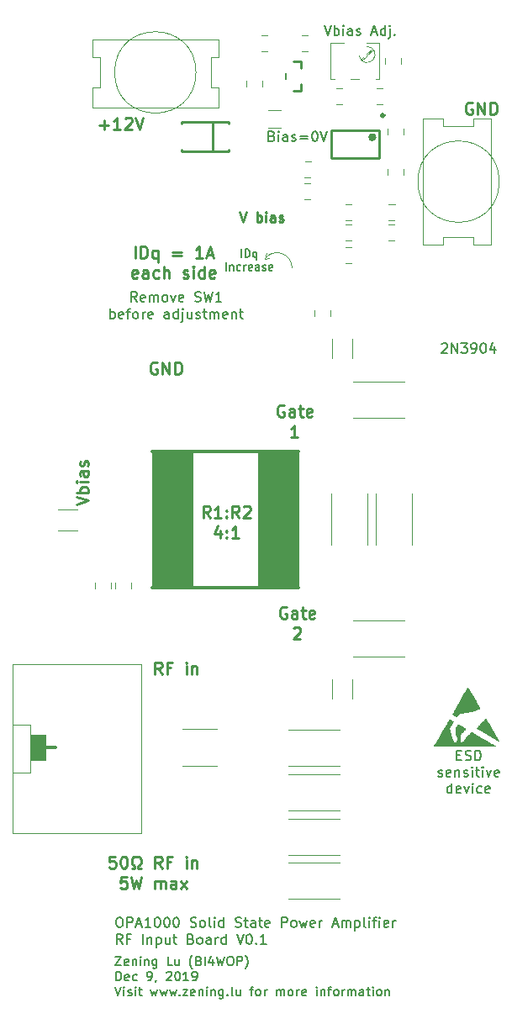
<source format=gbr>
%TF.GenerationSoftware,KiCad,Pcbnew,(5.1.4)-1*%
%TF.CreationDate,2019-12-09T14:58:40+08:00*%
%TF.ProjectId,RF_input,52465f69-6e70-4757-942e-6b696361645f,rev?*%
%TF.SameCoordinates,Original*%
%TF.FileFunction,Legend,Top*%
%TF.FilePolarity,Positive*%
%FSLAX46Y46*%
G04 Gerber Fmt 4.6, Leading zero omitted, Abs format (unit mm)*
G04 Created by KiCad (PCBNEW (5.1.4)-1) date 2019-12-09 14:58:40*
%MOMM*%
%LPD*%
G04 APERTURE LIST*
%ADD10C,0.200000*%
%ADD11C,0.150000*%
%ADD12C,0.180000*%
%ADD13C,0.120000*%
%ADD14C,0.220000*%
%ADD15C,0.250000*%
%ADD16C,0.010000*%
%ADD17C,0.254000*%
%ADD18C,0.100000*%
%ADD19C,0.300000*%
%ADD20C,0.400000*%
G04 APERTURE END LIST*
D10*
X113141619Y-78088380D02*
X112808285Y-77612190D01*
X112570190Y-78088380D02*
X112570190Y-77088380D01*
X112951142Y-77088380D01*
X113046380Y-77136000D01*
X113094000Y-77183619D01*
X113141619Y-77278857D01*
X113141619Y-77421714D01*
X113094000Y-77516952D01*
X113046380Y-77564571D01*
X112951142Y-77612190D01*
X112570190Y-77612190D01*
X113951142Y-78040761D02*
X113855904Y-78088380D01*
X113665428Y-78088380D01*
X113570190Y-78040761D01*
X113522571Y-77945523D01*
X113522571Y-77564571D01*
X113570190Y-77469333D01*
X113665428Y-77421714D01*
X113855904Y-77421714D01*
X113951142Y-77469333D01*
X113998761Y-77564571D01*
X113998761Y-77659809D01*
X113522571Y-77755047D01*
X114427333Y-78088380D02*
X114427333Y-77421714D01*
X114427333Y-77516952D02*
X114474952Y-77469333D01*
X114570190Y-77421714D01*
X114713047Y-77421714D01*
X114808285Y-77469333D01*
X114855904Y-77564571D01*
X114855904Y-78088380D01*
X114855904Y-77564571D02*
X114903523Y-77469333D01*
X114998761Y-77421714D01*
X115141619Y-77421714D01*
X115236857Y-77469333D01*
X115284476Y-77564571D01*
X115284476Y-78088380D01*
X115903523Y-78088380D02*
X115808285Y-78040761D01*
X115760666Y-77993142D01*
X115713047Y-77897904D01*
X115713047Y-77612190D01*
X115760666Y-77516952D01*
X115808285Y-77469333D01*
X115903523Y-77421714D01*
X116046380Y-77421714D01*
X116141619Y-77469333D01*
X116189238Y-77516952D01*
X116236857Y-77612190D01*
X116236857Y-77897904D01*
X116189238Y-77993142D01*
X116141619Y-78040761D01*
X116046380Y-78088380D01*
X115903523Y-78088380D01*
X116570190Y-77421714D02*
X116808285Y-78088380D01*
X117046380Y-77421714D01*
X117808285Y-78040761D02*
X117713047Y-78088380D01*
X117522571Y-78088380D01*
X117427333Y-78040761D01*
X117379714Y-77945523D01*
X117379714Y-77564571D01*
X117427333Y-77469333D01*
X117522571Y-77421714D01*
X117713047Y-77421714D01*
X117808285Y-77469333D01*
X117855904Y-77564571D01*
X117855904Y-77659809D01*
X117379714Y-77755047D01*
X118998761Y-78040761D02*
X119141619Y-78088380D01*
X119379714Y-78088380D01*
X119474952Y-78040761D01*
X119522571Y-77993142D01*
X119570190Y-77897904D01*
X119570190Y-77802666D01*
X119522571Y-77707428D01*
X119474952Y-77659809D01*
X119379714Y-77612190D01*
X119189238Y-77564571D01*
X119094000Y-77516952D01*
X119046380Y-77469333D01*
X118998761Y-77374095D01*
X118998761Y-77278857D01*
X119046380Y-77183619D01*
X119094000Y-77136000D01*
X119189238Y-77088380D01*
X119427333Y-77088380D01*
X119570190Y-77136000D01*
X119903523Y-77088380D02*
X120141619Y-78088380D01*
X120332095Y-77374095D01*
X120522571Y-78088380D01*
X120760666Y-77088380D01*
X121665428Y-78088380D02*
X121094000Y-78088380D01*
X121379714Y-78088380D02*
X121379714Y-77088380D01*
X121284476Y-77231238D01*
X121189238Y-77326476D01*
X121094000Y-77374095D01*
X110474952Y-79788380D02*
X110474952Y-78788380D01*
X110474952Y-79169333D02*
X110570190Y-79121714D01*
X110760666Y-79121714D01*
X110855904Y-79169333D01*
X110903523Y-79216952D01*
X110951142Y-79312190D01*
X110951142Y-79597904D01*
X110903523Y-79693142D01*
X110855904Y-79740761D01*
X110760666Y-79788380D01*
X110570190Y-79788380D01*
X110474952Y-79740761D01*
X111760666Y-79740761D02*
X111665428Y-79788380D01*
X111474952Y-79788380D01*
X111379714Y-79740761D01*
X111332095Y-79645523D01*
X111332095Y-79264571D01*
X111379714Y-79169333D01*
X111474952Y-79121714D01*
X111665428Y-79121714D01*
X111760666Y-79169333D01*
X111808285Y-79264571D01*
X111808285Y-79359809D01*
X111332095Y-79455047D01*
X112094000Y-79121714D02*
X112474952Y-79121714D01*
X112236857Y-79788380D02*
X112236857Y-78931238D01*
X112284476Y-78836000D01*
X112379714Y-78788380D01*
X112474952Y-78788380D01*
X112951142Y-79788380D02*
X112855904Y-79740761D01*
X112808285Y-79693142D01*
X112760666Y-79597904D01*
X112760666Y-79312190D01*
X112808285Y-79216952D01*
X112855904Y-79169333D01*
X112951142Y-79121714D01*
X113094000Y-79121714D01*
X113189238Y-79169333D01*
X113236857Y-79216952D01*
X113284476Y-79312190D01*
X113284476Y-79597904D01*
X113236857Y-79693142D01*
X113189238Y-79740761D01*
X113094000Y-79788380D01*
X112951142Y-79788380D01*
X113713047Y-79788380D02*
X113713047Y-79121714D01*
X113713047Y-79312190D02*
X113760666Y-79216952D01*
X113808285Y-79169333D01*
X113903523Y-79121714D01*
X113998761Y-79121714D01*
X114713047Y-79740761D02*
X114617809Y-79788380D01*
X114427333Y-79788380D01*
X114332095Y-79740761D01*
X114284476Y-79645523D01*
X114284476Y-79264571D01*
X114332095Y-79169333D01*
X114427333Y-79121714D01*
X114617809Y-79121714D01*
X114713047Y-79169333D01*
X114760666Y-79264571D01*
X114760666Y-79359809D01*
X114284476Y-79455047D01*
X116379714Y-79788380D02*
X116379714Y-79264571D01*
X116332095Y-79169333D01*
X116236857Y-79121714D01*
X116046380Y-79121714D01*
X115951142Y-79169333D01*
X116379714Y-79740761D02*
X116284476Y-79788380D01*
X116046380Y-79788380D01*
X115951142Y-79740761D01*
X115903523Y-79645523D01*
X115903523Y-79550285D01*
X115951142Y-79455047D01*
X116046380Y-79407428D01*
X116284476Y-79407428D01*
X116379714Y-79359809D01*
X117284476Y-79788380D02*
X117284476Y-78788380D01*
X117284476Y-79740761D02*
X117189238Y-79788380D01*
X116998761Y-79788380D01*
X116903523Y-79740761D01*
X116855904Y-79693142D01*
X116808285Y-79597904D01*
X116808285Y-79312190D01*
X116855904Y-79216952D01*
X116903523Y-79169333D01*
X116998761Y-79121714D01*
X117189238Y-79121714D01*
X117284476Y-79169333D01*
X117760666Y-79121714D02*
X117760666Y-79978857D01*
X117713047Y-80074095D01*
X117617809Y-80121714D01*
X117570190Y-80121714D01*
X117760666Y-78788380D02*
X117713047Y-78836000D01*
X117760666Y-78883619D01*
X117808285Y-78836000D01*
X117760666Y-78788380D01*
X117760666Y-78883619D01*
X118665428Y-79121714D02*
X118665428Y-79788380D01*
X118236857Y-79121714D02*
X118236857Y-79645523D01*
X118284476Y-79740761D01*
X118379714Y-79788380D01*
X118522571Y-79788380D01*
X118617809Y-79740761D01*
X118665428Y-79693142D01*
X119094000Y-79740761D02*
X119189238Y-79788380D01*
X119379714Y-79788380D01*
X119474952Y-79740761D01*
X119522571Y-79645523D01*
X119522571Y-79597904D01*
X119474952Y-79502666D01*
X119379714Y-79455047D01*
X119236857Y-79455047D01*
X119141619Y-79407428D01*
X119094000Y-79312190D01*
X119094000Y-79264571D01*
X119141619Y-79169333D01*
X119236857Y-79121714D01*
X119379714Y-79121714D01*
X119474952Y-79169333D01*
X119808285Y-79121714D02*
X120189238Y-79121714D01*
X119951142Y-78788380D02*
X119951142Y-79645523D01*
X119998761Y-79740761D01*
X120094000Y-79788380D01*
X120189238Y-79788380D01*
X120522571Y-79788380D02*
X120522571Y-79121714D01*
X120522571Y-79216952D02*
X120570190Y-79169333D01*
X120665428Y-79121714D01*
X120808285Y-79121714D01*
X120903523Y-79169333D01*
X120951142Y-79264571D01*
X120951142Y-79788380D01*
X120951142Y-79264571D02*
X120998761Y-79169333D01*
X121094000Y-79121714D01*
X121236857Y-79121714D01*
X121332095Y-79169333D01*
X121379714Y-79264571D01*
X121379714Y-79788380D01*
X122236857Y-79740761D02*
X122141619Y-79788380D01*
X121951142Y-79788380D01*
X121855904Y-79740761D01*
X121808285Y-79645523D01*
X121808285Y-79264571D01*
X121855904Y-79169333D01*
X121951142Y-79121714D01*
X122141619Y-79121714D01*
X122236857Y-79169333D01*
X122284476Y-79264571D01*
X122284476Y-79359809D01*
X121808285Y-79455047D01*
X122713047Y-79121714D02*
X122713047Y-79788380D01*
X122713047Y-79216952D02*
X122760666Y-79169333D01*
X122855904Y-79121714D01*
X122998761Y-79121714D01*
X123094000Y-79169333D01*
X123141619Y-79264571D01*
X123141619Y-79788380D01*
X123474952Y-79121714D02*
X123855904Y-79121714D01*
X123617809Y-78788380D02*
X123617809Y-79645523D01*
X123665428Y-79740761D01*
X123760666Y-79788380D01*
X123855904Y-79788380D01*
D11*
X145367523Y-123754571D02*
X145700857Y-123754571D01*
X145843714Y-124278380D02*
X145367523Y-124278380D01*
X145367523Y-123278380D01*
X145843714Y-123278380D01*
X146224666Y-124230761D02*
X146367523Y-124278380D01*
X146605619Y-124278380D01*
X146700857Y-124230761D01*
X146748476Y-124183142D01*
X146796095Y-124087904D01*
X146796095Y-123992666D01*
X146748476Y-123897428D01*
X146700857Y-123849809D01*
X146605619Y-123802190D01*
X146415142Y-123754571D01*
X146319904Y-123706952D01*
X146272285Y-123659333D01*
X146224666Y-123564095D01*
X146224666Y-123468857D01*
X146272285Y-123373619D01*
X146319904Y-123326000D01*
X146415142Y-123278380D01*
X146653238Y-123278380D01*
X146796095Y-123326000D01*
X147224666Y-124278380D02*
X147224666Y-123278380D01*
X147462761Y-123278380D01*
X147605619Y-123326000D01*
X147700857Y-123421238D01*
X147748476Y-123516476D01*
X147796095Y-123706952D01*
X147796095Y-123849809D01*
X147748476Y-124040285D01*
X147700857Y-124135523D01*
X147605619Y-124230761D01*
X147462761Y-124278380D01*
X147224666Y-124278380D01*
X143486571Y-125880761D02*
X143581809Y-125928380D01*
X143772285Y-125928380D01*
X143867523Y-125880761D01*
X143915142Y-125785523D01*
X143915142Y-125737904D01*
X143867523Y-125642666D01*
X143772285Y-125595047D01*
X143629428Y-125595047D01*
X143534190Y-125547428D01*
X143486571Y-125452190D01*
X143486571Y-125404571D01*
X143534190Y-125309333D01*
X143629428Y-125261714D01*
X143772285Y-125261714D01*
X143867523Y-125309333D01*
X144724666Y-125880761D02*
X144629428Y-125928380D01*
X144438952Y-125928380D01*
X144343714Y-125880761D01*
X144296095Y-125785523D01*
X144296095Y-125404571D01*
X144343714Y-125309333D01*
X144438952Y-125261714D01*
X144629428Y-125261714D01*
X144724666Y-125309333D01*
X144772285Y-125404571D01*
X144772285Y-125499809D01*
X144296095Y-125595047D01*
X145200857Y-125261714D02*
X145200857Y-125928380D01*
X145200857Y-125356952D02*
X145248476Y-125309333D01*
X145343714Y-125261714D01*
X145486571Y-125261714D01*
X145581809Y-125309333D01*
X145629428Y-125404571D01*
X145629428Y-125928380D01*
X146058000Y-125880761D02*
X146153238Y-125928380D01*
X146343714Y-125928380D01*
X146438952Y-125880761D01*
X146486571Y-125785523D01*
X146486571Y-125737904D01*
X146438952Y-125642666D01*
X146343714Y-125595047D01*
X146200857Y-125595047D01*
X146105619Y-125547428D01*
X146058000Y-125452190D01*
X146058000Y-125404571D01*
X146105619Y-125309333D01*
X146200857Y-125261714D01*
X146343714Y-125261714D01*
X146438952Y-125309333D01*
X146915142Y-125928380D02*
X146915142Y-125261714D01*
X146915142Y-124928380D02*
X146867523Y-124976000D01*
X146915142Y-125023619D01*
X146962761Y-124976000D01*
X146915142Y-124928380D01*
X146915142Y-125023619D01*
X147248476Y-125261714D02*
X147629428Y-125261714D01*
X147391333Y-124928380D02*
X147391333Y-125785523D01*
X147438952Y-125880761D01*
X147534190Y-125928380D01*
X147629428Y-125928380D01*
X147962761Y-125928380D02*
X147962761Y-125261714D01*
X147962761Y-124928380D02*
X147915142Y-124976000D01*
X147962761Y-125023619D01*
X148010380Y-124976000D01*
X147962761Y-124928380D01*
X147962761Y-125023619D01*
X148343714Y-125261714D02*
X148581809Y-125928380D01*
X148819904Y-125261714D01*
X149581809Y-125880761D02*
X149486571Y-125928380D01*
X149296095Y-125928380D01*
X149200857Y-125880761D01*
X149153238Y-125785523D01*
X149153238Y-125404571D01*
X149200857Y-125309333D01*
X149296095Y-125261714D01*
X149486571Y-125261714D01*
X149581809Y-125309333D01*
X149629428Y-125404571D01*
X149629428Y-125499809D01*
X149153238Y-125595047D01*
X144867523Y-127578380D02*
X144867523Y-126578380D01*
X144867523Y-127530761D02*
X144772285Y-127578380D01*
X144581809Y-127578380D01*
X144486571Y-127530761D01*
X144438952Y-127483142D01*
X144391333Y-127387904D01*
X144391333Y-127102190D01*
X144438952Y-127006952D01*
X144486571Y-126959333D01*
X144581809Y-126911714D01*
X144772285Y-126911714D01*
X144867523Y-126959333D01*
X145724666Y-127530761D02*
X145629428Y-127578380D01*
X145438952Y-127578380D01*
X145343714Y-127530761D01*
X145296095Y-127435523D01*
X145296095Y-127054571D01*
X145343714Y-126959333D01*
X145438952Y-126911714D01*
X145629428Y-126911714D01*
X145724666Y-126959333D01*
X145772285Y-127054571D01*
X145772285Y-127149809D01*
X145296095Y-127245047D01*
X146105619Y-126911714D02*
X146343714Y-127578380D01*
X146581809Y-126911714D01*
X146962761Y-127578380D02*
X146962761Y-126911714D01*
X146962761Y-126578380D02*
X146915142Y-126626000D01*
X146962761Y-126673619D01*
X147010380Y-126626000D01*
X146962761Y-126578380D01*
X146962761Y-126673619D01*
X147867523Y-127530761D02*
X147772285Y-127578380D01*
X147581809Y-127578380D01*
X147486571Y-127530761D01*
X147438952Y-127483142D01*
X147391333Y-127387904D01*
X147391333Y-127102190D01*
X147438952Y-127006952D01*
X147486571Y-126959333D01*
X147581809Y-126911714D01*
X147772285Y-126911714D01*
X147867523Y-126959333D01*
X148677047Y-127530761D02*
X148581809Y-127578380D01*
X148391333Y-127578380D01*
X148296095Y-127530761D01*
X148248476Y-127435523D01*
X148248476Y-127054571D01*
X148296095Y-126959333D01*
X148391333Y-126911714D01*
X148581809Y-126911714D01*
X148677047Y-126959333D01*
X148724666Y-127054571D01*
X148724666Y-127149809D01*
X148248476Y-127245047D01*
D12*
X110989571Y-144027142D02*
X111589571Y-144027142D01*
X110989571Y-144927142D01*
X111589571Y-144927142D01*
X112275285Y-144884285D02*
X112189571Y-144927142D01*
X112018142Y-144927142D01*
X111932428Y-144884285D01*
X111889571Y-144798571D01*
X111889571Y-144455714D01*
X111932428Y-144370000D01*
X112018142Y-144327142D01*
X112189571Y-144327142D01*
X112275285Y-144370000D01*
X112318142Y-144455714D01*
X112318142Y-144541428D01*
X111889571Y-144627142D01*
X112703857Y-144327142D02*
X112703857Y-144927142D01*
X112703857Y-144412857D02*
X112746714Y-144370000D01*
X112832428Y-144327142D01*
X112961000Y-144327142D01*
X113046714Y-144370000D01*
X113089571Y-144455714D01*
X113089571Y-144927142D01*
X113518142Y-144927142D02*
X113518142Y-144327142D01*
X113518142Y-144027142D02*
X113475285Y-144070000D01*
X113518142Y-144112857D01*
X113561000Y-144070000D01*
X113518142Y-144027142D01*
X113518142Y-144112857D01*
X113946714Y-144327142D02*
X113946714Y-144927142D01*
X113946714Y-144412857D02*
X113989571Y-144370000D01*
X114075285Y-144327142D01*
X114203857Y-144327142D01*
X114289571Y-144370000D01*
X114332428Y-144455714D01*
X114332428Y-144927142D01*
X115146714Y-144327142D02*
X115146714Y-145055714D01*
X115103857Y-145141428D01*
X115061000Y-145184285D01*
X114975285Y-145227142D01*
X114846714Y-145227142D01*
X114761000Y-145184285D01*
X115146714Y-144884285D02*
X115061000Y-144927142D01*
X114889571Y-144927142D01*
X114803857Y-144884285D01*
X114761000Y-144841428D01*
X114718142Y-144755714D01*
X114718142Y-144498571D01*
X114761000Y-144412857D01*
X114803857Y-144370000D01*
X114889571Y-144327142D01*
X115061000Y-144327142D01*
X115146714Y-144370000D01*
X116689571Y-144927142D02*
X116261000Y-144927142D01*
X116261000Y-144027142D01*
X117375285Y-144327142D02*
X117375285Y-144927142D01*
X116989571Y-144327142D02*
X116989571Y-144798571D01*
X117032428Y-144884285D01*
X117118142Y-144927142D01*
X117246714Y-144927142D01*
X117332428Y-144884285D01*
X117375285Y-144841428D01*
X118746714Y-145270000D02*
X118703857Y-145227142D01*
X118618142Y-145098571D01*
X118575285Y-145012857D01*
X118532428Y-144884285D01*
X118489571Y-144670000D01*
X118489571Y-144498571D01*
X118532428Y-144284285D01*
X118575285Y-144155714D01*
X118618142Y-144070000D01*
X118703857Y-143941428D01*
X118746714Y-143898571D01*
X119389571Y-144455714D02*
X119518142Y-144498571D01*
X119561000Y-144541428D01*
X119603857Y-144627142D01*
X119603857Y-144755714D01*
X119561000Y-144841428D01*
X119518142Y-144884285D01*
X119432428Y-144927142D01*
X119089571Y-144927142D01*
X119089571Y-144027142D01*
X119389571Y-144027142D01*
X119475285Y-144070000D01*
X119518142Y-144112857D01*
X119561000Y-144198571D01*
X119561000Y-144284285D01*
X119518142Y-144370000D01*
X119475285Y-144412857D01*
X119389571Y-144455714D01*
X119089571Y-144455714D01*
X119989571Y-144927142D02*
X119989571Y-144027142D01*
X120803857Y-144327142D02*
X120803857Y-144927142D01*
X120589571Y-143984285D02*
X120375285Y-144627142D01*
X120932428Y-144627142D01*
X121189571Y-144027142D02*
X121403857Y-144927142D01*
X121575285Y-144284285D01*
X121746714Y-144927142D01*
X121961000Y-144027142D01*
X122475285Y-144027142D02*
X122646714Y-144027142D01*
X122732428Y-144070000D01*
X122818142Y-144155714D01*
X122861000Y-144327142D01*
X122861000Y-144627142D01*
X122818142Y-144798571D01*
X122732428Y-144884285D01*
X122646714Y-144927142D01*
X122475285Y-144927142D01*
X122389571Y-144884285D01*
X122303857Y-144798571D01*
X122261000Y-144627142D01*
X122261000Y-144327142D01*
X122303857Y-144155714D01*
X122389571Y-144070000D01*
X122475285Y-144027142D01*
X123246714Y-144927142D02*
X123246714Y-144027142D01*
X123589571Y-144027142D01*
X123675285Y-144070000D01*
X123718142Y-144112857D01*
X123761000Y-144198571D01*
X123761000Y-144327142D01*
X123718142Y-144412857D01*
X123675285Y-144455714D01*
X123589571Y-144498571D01*
X123246714Y-144498571D01*
X124061000Y-145270000D02*
X124103857Y-145227142D01*
X124189571Y-145098571D01*
X124232428Y-145012857D01*
X124275285Y-144884285D01*
X124318142Y-144670000D01*
X124318142Y-144498571D01*
X124275285Y-144284285D01*
X124232428Y-144155714D01*
X124189571Y-144070000D01*
X124103857Y-143941428D01*
X124061000Y-143898571D01*
X111075285Y-146457142D02*
X111075285Y-145557142D01*
X111289571Y-145557142D01*
X111418142Y-145600000D01*
X111503857Y-145685714D01*
X111546714Y-145771428D01*
X111589571Y-145942857D01*
X111589571Y-146071428D01*
X111546714Y-146242857D01*
X111503857Y-146328571D01*
X111418142Y-146414285D01*
X111289571Y-146457142D01*
X111075285Y-146457142D01*
X112318142Y-146414285D02*
X112232428Y-146457142D01*
X112061000Y-146457142D01*
X111975285Y-146414285D01*
X111932428Y-146328571D01*
X111932428Y-145985714D01*
X111975285Y-145900000D01*
X112061000Y-145857142D01*
X112232428Y-145857142D01*
X112318142Y-145900000D01*
X112361000Y-145985714D01*
X112361000Y-146071428D01*
X111932428Y-146157142D01*
X113132428Y-146414285D02*
X113046714Y-146457142D01*
X112875285Y-146457142D01*
X112789571Y-146414285D01*
X112746714Y-146371428D01*
X112703857Y-146285714D01*
X112703857Y-146028571D01*
X112746714Y-145942857D01*
X112789571Y-145900000D01*
X112875285Y-145857142D01*
X113046714Y-145857142D01*
X113132428Y-145900000D01*
X114246714Y-146457142D02*
X114418142Y-146457142D01*
X114503857Y-146414285D01*
X114546714Y-146371428D01*
X114632428Y-146242857D01*
X114675285Y-146071428D01*
X114675285Y-145728571D01*
X114632428Y-145642857D01*
X114589571Y-145600000D01*
X114503857Y-145557142D01*
X114332428Y-145557142D01*
X114246714Y-145600000D01*
X114203857Y-145642857D01*
X114161000Y-145728571D01*
X114161000Y-145942857D01*
X114203857Y-146028571D01*
X114246714Y-146071428D01*
X114332428Y-146114285D01*
X114503857Y-146114285D01*
X114589571Y-146071428D01*
X114632428Y-146028571D01*
X114675285Y-145942857D01*
X115103857Y-146414285D02*
X115103857Y-146457142D01*
X115061000Y-146542857D01*
X115018142Y-146585714D01*
X116132428Y-145642857D02*
X116175285Y-145600000D01*
X116261000Y-145557142D01*
X116475285Y-145557142D01*
X116561000Y-145600000D01*
X116603857Y-145642857D01*
X116646714Y-145728571D01*
X116646714Y-145814285D01*
X116603857Y-145942857D01*
X116089571Y-146457142D01*
X116646714Y-146457142D01*
X117203857Y-145557142D02*
X117289571Y-145557142D01*
X117375285Y-145600000D01*
X117418142Y-145642857D01*
X117461000Y-145728571D01*
X117503857Y-145900000D01*
X117503857Y-146114285D01*
X117461000Y-146285714D01*
X117418142Y-146371428D01*
X117375285Y-146414285D01*
X117289571Y-146457142D01*
X117203857Y-146457142D01*
X117118142Y-146414285D01*
X117075285Y-146371428D01*
X117032428Y-146285714D01*
X116989571Y-146114285D01*
X116989571Y-145900000D01*
X117032428Y-145728571D01*
X117075285Y-145642857D01*
X117118142Y-145600000D01*
X117203857Y-145557142D01*
X118361000Y-146457142D02*
X117846714Y-146457142D01*
X118103857Y-146457142D02*
X118103857Y-145557142D01*
X118018142Y-145685714D01*
X117932428Y-145771428D01*
X117846714Y-145814285D01*
X118789571Y-146457142D02*
X118961000Y-146457142D01*
X119046714Y-146414285D01*
X119089571Y-146371428D01*
X119175285Y-146242857D01*
X119218142Y-146071428D01*
X119218142Y-145728571D01*
X119175285Y-145642857D01*
X119132428Y-145600000D01*
X119046714Y-145557142D01*
X118875285Y-145557142D01*
X118789571Y-145600000D01*
X118746714Y-145642857D01*
X118703857Y-145728571D01*
X118703857Y-145942857D01*
X118746714Y-146028571D01*
X118789571Y-146071428D01*
X118875285Y-146114285D01*
X119046714Y-146114285D01*
X119132428Y-146071428D01*
X119175285Y-146028571D01*
X119218142Y-145942857D01*
X110946714Y-147087142D02*
X111246714Y-147987142D01*
X111546714Y-147087142D01*
X111846714Y-147987142D02*
X111846714Y-147387142D01*
X111846714Y-147087142D02*
X111803857Y-147130000D01*
X111846714Y-147172857D01*
X111889571Y-147130000D01*
X111846714Y-147087142D01*
X111846714Y-147172857D01*
X112232428Y-147944285D02*
X112318142Y-147987142D01*
X112489571Y-147987142D01*
X112575285Y-147944285D01*
X112618142Y-147858571D01*
X112618142Y-147815714D01*
X112575285Y-147730000D01*
X112489571Y-147687142D01*
X112361000Y-147687142D01*
X112275285Y-147644285D01*
X112232428Y-147558571D01*
X112232428Y-147515714D01*
X112275285Y-147430000D01*
X112361000Y-147387142D01*
X112489571Y-147387142D01*
X112575285Y-147430000D01*
X113003857Y-147987142D02*
X113003857Y-147387142D01*
X113003857Y-147087142D02*
X112961000Y-147130000D01*
X113003857Y-147172857D01*
X113046714Y-147130000D01*
X113003857Y-147087142D01*
X113003857Y-147172857D01*
X113303857Y-147387142D02*
X113646714Y-147387142D01*
X113432428Y-147087142D02*
X113432428Y-147858571D01*
X113475285Y-147944285D01*
X113561000Y-147987142D01*
X113646714Y-147987142D01*
X114546714Y-147387142D02*
X114718142Y-147987142D01*
X114889571Y-147558571D01*
X115061000Y-147987142D01*
X115232428Y-147387142D01*
X115489571Y-147387142D02*
X115661000Y-147987142D01*
X115832428Y-147558571D01*
X116003857Y-147987142D01*
X116175285Y-147387142D01*
X116432428Y-147387142D02*
X116603857Y-147987142D01*
X116775285Y-147558571D01*
X116946714Y-147987142D01*
X117118142Y-147387142D01*
X117461000Y-147901428D02*
X117503857Y-147944285D01*
X117461000Y-147987142D01*
X117418142Y-147944285D01*
X117461000Y-147901428D01*
X117461000Y-147987142D01*
X117803857Y-147387142D02*
X118275285Y-147387142D01*
X117803857Y-147987142D01*
X118275285Y-147987142D01*
X118961000Y-147944285D02*
X118875285Y-147987142D01*
X118703857Y-147987142D01*
X118618142Y-147944285D01*
X118575285Y-147858571D01*
X118575285Y-147515714D01*
X118618142Y-147430000D01*
X118703857Y-147387142D01*
X118875285Y-147387142D01*
X118961000Y-147430000D01*
X119003857Y-147515714D01*
X119003857Y-147601428D01*
X118575285Y-147687142D01*
X119389571Y-147387142D02*
X119389571Y-147987142D01*
X119389571Y-147472857D02*
X119432428Y-147430000D01*
X119518142Y-147387142D01*
X119646714Y-147387142D01*
X119732428Y-147430000D01*
X119775285Y-147515714D01*
X119775285Y-147987142D01*
X120203857Y-147987142D02*
X120203857Y-147387142D01*
X120203857Y-147087142D02*
X120161000Y-147130000D01*
X120203857Y-147172857D01*
X120246714Y-147130000D01*
X120203857Y-147087142D01*
X120203857Y-147172857D01*
X120632428Y-147387142D02*
X120632428Y-147987142D01*
X120632428Y-147472857D02*
X120675285Y-147430000D01*
X120761000Y-147387142D01*
X120889571Y-147387142D01*
X120975285Y-147430000D01*
X121018142Y-147515714D01*
X121018142Y-147987142D01*
X121832428Y-147387142D02*
X121832428Y-148115714D01*
X121789571Y-148201428D01*
X121746714Y-148244285D01*
X121661000Y-148287142D01*
X121532428Y-148287142D01*
X121446714Y-148244285D01*
X121832428Y-147944285D02*
X121746714Y-147987142D01*
X121575285Y-147987142D01*
X121489571Y-147944285D01*
X121446714Y-147901428D01*
X121403857Y-147815714D01*
X121403857Y-147558571D01*
X121446714Y-147472857D01*
X121489571Y-147430000D01*
X121575285Y-147387142D01*
X121746714Y-147387142D01*
X121832428Y-147430000D01*
X122261000Y-147901428D02*
X122303857Y-147944285D01*
X122261000Y-147987142D01*
X122218142Y-147944285D01*
X122261000Y-147901428D01*
X122261000Y-147987142D01*
X122818142Y-147987142D02*
X122732428Y-147944285D01*
X122689571Y-147858571D01*
X122689571Y-147087142D01*
X123546714Y-147387142D02*
X123546714Y-147987142D01*
X123161000Y-147387142D02*
X123161000Y-147858571D01*
X123203857Y-147944285D01*
X123289571Y-147987142D01*
X123418142Y-147987142D01*
X123503857Y-147944285D01*
X123546714Y-147901428D01*
X124532428Y-147387142D02*
X124875285Y-147387142D01*
X124661000Y-147987142D02*
X124661000Y-147215714D01*
X124703857Y-147130000D01*
X124789571Y-147087142D01*
X124875285Y-147087142D01*
X125303857Y-147987142D02*
X125218142Y-147944285D01*
X125175285Y-147901428D01*
X125132428Y-147815714D01*
X125132428Y-147558571D01*
X125175285Y-147472857D01*
X125218142Y-147430000D01*
X125303857Y-147387142D01*
X125432428Y-147387142D01*
X125518142Y-147430000D01*
X125561000Y-147472857D01*
X125603857Y-147558571D01*
X125603857Y-147815714D01*
X125561000Y-147901428D01*
X125518142Y-147944285D01*
X125432428Y-147987142D01*
X125303857Y-147987142D01*
X125989571Y-147987142D02*
X125989571Y-147387142D01*
X125989571Y-147558571D02*
X126032428Y-147472857D01*
X126075285Y-147430000D01*
X126161000Y-147387142D01*
X126246714Y-147387142D01*
X127232428Y-147987142D02*
X127232428Y-147387142D01*
X127232428Y-147472857D02*
X127275285Y-147430000D01*
X127361000Y-147387142D01*
X127489571Y-147387142D01*
X127575285Y-147430000D01*
X127618142Y-147515714D01*
X127618142Y-147987142D01*
X127618142Y-147515714D02*
X127661000Y-147430000D01*
X127746714Y-147387142D01*
X127875285Y-147387142D01*
X127961000Y-147430000D01*
X128003857Y-147515714D01*
X128003857Y-147987142D01*
X128561000Y-147987142D02*
X128475285Y-147944285D01*
X128432428Y-147901428D01*
X128389571Y-147815714D01*
X128389571Y-147558571D01*
X128432428Y-147472857D01*
X128475285Y-147430000D01*
X128561000Y-147387142D01*
X128689571Y-147387142D01*
X128775285Y-147430000D01*
X128818142Y-147472857D01*
X128861000Y-147558571D01*
X128861000Y-147815714D01*
X128818142Y-147901428D01*
X128775285Y-147944285D01*
X128689571Y-147987142D01*
X128561000Y-147987142D01*
X129246714Y-147987142D02*
X129246714Y-147387142D01*
X129246714Y-147558571D02*
X129289571Y-147472857D01*
X129332428Y-147430000D01*
X129418142Y-147387142D01*
X129503857Y-147387142D01*
X130146714Y-147944285D02*
X130061000Y-147987142D01*
X129889571Y-147987142D01*
X129803857Y-147944285D01*
X129761000Y-147858571D01*
X129761000Y-147515714D01*
X129803857Y-147430000D01*
X129889571Y-147387142D01*
X130061000Y-147387142D01*
X130146714Y-147430000D01*
X130189571Y-147515714D01*
X130189571Y-147601428D01*
X129761000Y-147687142D01*
X131261000Y-147987142D02*
X131261000Y-147387142D01*
X131261000Y-147087142D02*
X131218142Y-147130000D01*
X131261000Y-147172857D01*
X131303857Y-147130000D01*
X131261000Y-147087142D01*
X131261000Y-147172857D01*
X131689571Y-147387142D02*
X131689571Y-147987142D01*
X131689571Y-147472857D02*
X131732428Y-147430000D01*
X131818142Y-147387142D01*
X131946714Y-147387142D01*
X132032428Y-147430000D01*
X132075285Y-147515714D01*
X132075285Y-147987142D01*
X132375285Y-147387142D02*
X132718142Y-147387142D01*
X132503857Y-147987142D02*
X132503857Y-147215714D01*
X132546714Y-147130000D01*
X132632428Y-147087142D01*
X132718142Y-147087142D01*
X133146714Y-147987142D02*
X133061000Y-147944285D01*
X133018142Y-147901428D01*
X132975285Y-147815714D01*
X132975285Y-147558571D01*
X133018142Y-147472857D01*
X133061000Y-147430000D01*
X133146714Y-147387142D01*
X133275285Y-147387142D01*
X133361000Y-147430000D01*
X133403857Y-147472857D01*
X133446714Y-147558571D01*
X133446714Y-147815714D01*
X133403857Y-147901428D01*
X133361000Y-147944285D01*
X133275285Y-147987142D01*
X133146714Y-147987142D01*
X133832428Y-147987142D02*
X133832428Y-147387142D01*
X133832428Y-147558571D02*
X133875285Y-147472857D01*
X133918142Y-147430000D01*
X134003857Y-147387142D01*
X134089571Y-147387142D01*
X134389571Y-147987142D02*
X134389571Y-147387142D01*
X134389571Y-147472857D02*
X134432428Y-147430000D01*
X134518142Y-147387142D01*
X134646714Y-147387142D01*
X134732428Y-147430000D01*
X134775285Y-147515714D01*
X134775285Y-147987142D01*
X134775285Y-147515714D02*
X134818142Y-147430000D01*
X134903857Y-147387142D01*
X135032428Y-147387142D01*
X135118142Y-147430000D01*
X135161000Y-147515714D01*
X135161000Y-147987142D01*
X135975285Y-147987142D02*
X135975285Y-147515714D01*
X135932428Y-147430000D01*
X135846714Y-147387142D01*
X135675285Y-147387142D01*
X135589571Y-147430000D01*
X135975285Y-147944285D02*
X135889571Y-147987142D01*
X135675285Y-147987142D01*
X135589571Y-147944285D01*
X135546714Y-147858571D01*
X135546714Y-147772857D01*
X135589571Y-147687142D01*
X135675285Y-147644285D01*
X135889571Y-147644285D01*
X135975285Y-147601428D01*
X136275285Y-147387142D02*
X136618142Y-147387142D01*
X136403857Y-147087142D02*
X136403857Y-147858571D01*
X136446714Y-147944285D01*
X136532428Y-147987142D01*
X136618142Y-147987142D01*
X136918142Y-147987142D02*
X136918142Y-147387142D01*
X136918142Y-147087142D02*
X136875285Y-147130000D01*
X136918142Y-147172857D01*
X136961000Y-147130000D01*
X136918142Y-147087142D01*
X136918142Y-147172857D01*
X137475285Y-147987142D02*
X137389571Y-147944285D01*
X137346714Y-147901428D01*
X137303857Y-147815714D01*
X137303857Y-147558571D01*
X137346714Y-147472857D01*
X137389571Y-147430000D01*
X137475285Y-147387142D01*
X137603857Y-147387142D01*
X137689571Y-147430000D01*
X137732428Y-147472857D01*
X137775285Y-147558571D01*
X137775285Y-147815714D01*
X137732428Y-147901428D01*
X137689571Y-147944285D01*
X137603857Y-147987142D01*
X137475285Y-147987142D01*
X138161000Y-147387142D02*
X138161000Y-147987142D01*
X138161000Y-147472857D02*
X138203857Y-147430000D01*
X138289571Y-147387142D01*
X138418142Y-147387142D01*
X138503857Y-147430000D01*
X138546714Y-147515714D01*
X138546714Y-147987142D01*
D10*
X111302571Y-140080380D02*
X111493047Y-140080380D01*
X111588285Y-140128000D01*
X111683523Y-140223238D01*
X111731142Y-140413714D01*
X111731142Y-140747047D01*
X111683523Y-140937523D01*
X111588285Y-141032761D01*
X111493047Y-141080380D01*
X111302571Y-141080380D01*
X111207333Y-141032761D01*
X111112095Y-140937523D01*
X111064476Y-140747047D01*
X111064476Y-140413714D01*
X111112095Y-140223238D01*
X111207333Y-140128000D01*
X111302571Y-140080380D01*
X112159714Y-141080380D02*
X112159714Y-140080380D01*
X112540666Y-140080380D01*
X112635904Y-140128000D01*
X112683523Y-140175619D01*
X112731142Y-140270857D01*
X112731142Y-140413714D01*
X112683523Y-140508952D01*
X112635904Y-140556571D01*
X112540666Y-140604190D01*
X112159714Y-140604190D01*
X113112095Y-140794666D02*
X113588285Y-140794666D01*
X113016857Y-141080380D02*
X113350190Y-140080380D01*
X113683523Y-141080380D01*
X114540666Y-141080380D02*
X113969238Y-141080380D01*
X114254952Y-141080380D02*
X114254952Y-140080380D01*
X114159714Y-140223238D01*
X114064476Y-140318476D01*
X113969238Y-140366095D01*
X115159714Y-140080380D02*
X115254952Y-140080380D01*
X115350190Y-140128000D01*
X115397809Y-140175619D01*
X115445428Y-140270857D01*
X115493047Y-140461333D01*
X115493047Y-140699428D01*
X115445428Y-140889904D01*
X115397809Y-140985142D01*
X115350190Y-141032761D01*
X115254952Y-141080380D01*
X115159714Y-141080380D01*
X115064476Y-141032761D01*
X115016857Y-140985142D01*
X114969238Y-140889904D01*
X114921619Y-140699428D01*
X114921619Y-140461333D01*
X114969238Y-140270857D01*
X115016857Y-140175619D01*
X115064476Y-140128000D01*
X115159714Y-140080380D01*
X116112095Y-140080380D02*
X116207333Y-140080380D01*
X116302571Y-140128000D01*
X116350190Y-140175619D01*
X116397809Y-140270857D01*
X116445428Y-140461333D01*
X116445428Y-140699428D01*
X116397809Y-140889904D01*
X116350190Y-140985142D01*
X116302571Y-141032761D01*
X116207333Y-141080380D01*
X116112095Y-141080380D01*
X116016857Y-141032761D01*
X115969238Y-140985142D01*
X115921619Y-140889904D01*
X115874000Y-140699428D01*
X115874000Y-140461333D01*
X115921619Y-140270857D01*
X115969238Y-140175619D01*
X116016857Y-140128000D01*
X116112095Y-140080380D01*
X117064476Y-140080380D02*
X117159714Y-140080380D01*
X117254952Y-140128000D01*
X117302571Y-140175619D01*
X117350190Y-140270857D01*
X117397809Y-140461333D01*
X117397809Y-140699428D01*
X117350190Y-140889904D01*
X117302571Y-140985142D01*
X117254952Y-141032761D01*
X117159714Y-141080380D01*
X117064476Y-141080380D01*
X116969238Y-141032761D01*
X116921619Y-140985142D01*
X116874000Y-140889904D01*
X116826380Y-140699428D01*
X116826380Y-140461333D01*
X116874000Y-140270857D01*
X116921619Y-140175619D01*
X116969238Y-140128000D01*
X117064476Y-140080380D01*
X118540666Y-141032761D02*
X118683523Y-141080380D01*
X118921619Y-141080380D01*
X119016857Y-141032761D01*
X119064476Y-140985142D01*
X119112095Y-140889904D01*
X119112095Y-140794666D01*
X119064476Y-140699428D01*
X119016857Y-140651809D01*
X118921619Y-140604190D01*
X118731142Y-140556571D01*
X118635904Y-140508952D01*
X118588285Y-140461333D01*
X118540666Y-140366095D01*
X118540666Y-140270857D01*
X118588285Y-140175619D01*
X118635904Y-140128000D01*
X118731142Y-140080380D01*
X118969238Y-140080380D01*
X119112095Y-140128000D01*
X119683523Y-141080380D02*
X119588285Y-141032761D01*
X119540666Y-140985142D01*
X119493047Y-140889904D01*
X119493047Y-140604190D01*
X119540666Y-140508952D01*
X119588285Y-140461333D01*
X119683523Y-140413714D01*
X119826380Y-140413714D01*
X119921619Y-140461333D01*
X119969238Y-140508952D01*
X120016857Y-140604190D01*
X120016857Y-140889904D01*
X119969238Y-140985142D01*
X119921619Y-141032761D01*
X119826380Y-141080380D01*
X119683523Y-141080380D01*
X120588285Y-141080380D02*
X120493047Y-141032761D01*
X120445428Y-140937523D01*
X120445428Y-140080380D01*
X120969238Y-141080380D02*
X120969238Y-140413714D01*
X120969238Y-140080380D02*
X120921619Y-140128000D01*
X120969238Y-140175619D01*
X121016857Y-140128000D01*
X120969238Y-140080380D01*
X120969238Y-140175619D01*
X121874000Y-141080380D02*
X121874000Y-140080380D01*
X121874000Y-141032761D02*
X121778761Y-141080380D01*
X121588285Y-141080380D01*
X121493047Y-141032761D01*
X121445428Y-140985142D01*
X121397809Y-140889904D01*
X121397809Y-140604190D01*
X121445428Y-140508952D01*
X121493047Y-140461333D01*
X121588285Y-140413714D01*
X121778761Y-140413714D01*
X121874000Y-140461333D01*
X123064476Y-141032761D02*
X123207333Y-141080380D01*
X123445428Y-141080380D01*
X123540666Y-141032761D01*
X123588285Y-140985142D01*
X123635904Y-140889904D01*
X123635904Y-140794666D01*
X123588285Y-140699428D01*
X123540666Y-140651809D01*
X123445428Y-140604190D01*
X123254952Y-140556571D01*
X123159714Y-140508952D01*
X123112095Y-140461333D01*
X123064476Y-140366095D01*
X123064476Y-140270857D01*
X123112095Y-140175619D01*
X123159714Y-140128000D01*
X123254952Y-140080380D01*
X123493047Y-140080380D01*
X123635904Y-140128000D01*
X123921619Y-140413714D02*
X124302571Y-140413714D01*
X124064476Y-140080380D02*
X124064476Y-140937523D01*
X124112095Y-141032761D01*
X124207333Y-141080380D01*
X124302571Y-141080380D01*
X125064476Y-141080380D02*
X125064476Y-140556571D01*
X125016857Y-140461333D01*
X124921619Y-140413714D01*
X124731142Y-140413714D01*
X124635904Y-140461333D01*
X125064476Y-141032761D02*
X124969238Y-141080380D01*
X124731142Y-141080380D01*
X124635904Y-141032761D01*
X124588285Y-140937523D01*
X124588285Y-140842285D01*
X124635904Y-140747047D01*
X124731142Y-140699428D01*
X124969238Y-140699428D01*
X125064476Y-140651809D01*
X125397809Y-140413714D02*
X125778761Y-140413714D01*
X125540666Y-140080380D02*
X125540666Y-140937523D01*
X125588285Y-141032761D01*
X125683523Y-141080380D01*
X125778761Y-141080380D01*
X126493047Y-141032761D02*
X126397809Y-141080380D01*
X126207333Y-141080380D01*
X126112095Y-141032761D01*
X126064476Y-140937523D01*
X126064476Y-140556571D01*
X126112095Y-140461333D01*
X126207333Y-140413714D01*
X126397809Y-140413714D01*
X126493047Y-140461333D01*
X126540666Y-140556571D01*
X126540666Y-140651809D01*
X126064476Y-140747047D01*
X127731142Y-141080380D02*
X127731142Y-140080380D01*
X128112095Y-140080380D01*
X128207333Y-140128000D01*
X128254952Y-140175619D01*
X128302571Y-140270857D01*
X128302571Y-140413714D01*
X128254952Y-140508952D01*
X128207333Y-140556571D01*
X128112095Y-140604190D01*
X127731142Y-140604190D01*
X128874000Y-141080380D02*
X128778761Y-141032761D01*
X128731142Y-140985142D01*
X128683523Y-140889904D01*
X128683523Y-140604190D01*
X128731142Y-140508952D01*
X128778761Y-140461333D01*
X128874000Y-140413714D01*
X129016857Y-140413714D01*
X129112095Y-140461333D01*
X129159714Y-140508952D01*
X129207333Y-140604190D01*
X129207333Y-140889904D01*
X129159714Y-140985142D01*
X129112095Y-141032761D01*
X129016857Y-141080380D01*
X128874000Y-141080380D01*
X129540666Y-140413714D02*
X129731142Y-141080380D01*
X129921619Y-140604190D01*
X130112095Y-141080380D01*
X130302571Y-140413714D01*
X131064476Y-141032761D02*
X130969238Y-141080380D01*
X130778761Y-141080380D01*
X130683523Y-141032761D01*
X130635904Y-140937523D01*
X130635904Y-140556571D01*
X130683523Y-140461333D01*
X130778761Y-140413714D01*
X130969238Y-140413714D01*
X131064476Y-140461333D01*
X131112095Y-140556571D01*
X131112095Y-140651809D01*
X130635904Y-140747047D01*
X131540666Y-141080380D02*
X131540666Y-140413714D01*
X131540666Y-140604190D02*
X131588285Y-140508952D01*
X131635904Y-140461333D01*
X131731142Y-140413714D01*
X131826380Y-140413714D01*
X132874000Y-140794666D02*
X133350190Y-140794666D01*
X132778761Y-141080380D02*
X133112095Y-140080380D01*
X133445428Y-141080380D01*
X133778761Y-141080380D02*
X133778761Y-140413714D01*
X133778761Y-140508952D02*
X133826380Y-140461333D01*
X133921619Y-140413714D01*
X134064476Y-140413714D01*
X134159714Y-140461333D01*
X134207333Y-140556571D01*
X134207333Y-141080380D01*
X134207333Y-140556571D02*
X134254952Y-140461333D01*
X134350190Y-140413714D01*
X134493047Y-140413714D01*
X134588285Y-140461333D01*
X134635904Y-140556571D01*
X134635904Y-141080380D01*
X135112095Y-140413714D02*
X135112095Y-141413714D01*
X135112095Y-140461333D02*
X135207333Y-140413714D01*
X135397809Y-140413714D01*
X135493047Y-140461333D01*
X135540666Y-140508952D01*
X135588285Y-140604190D01*
X135588285Y-140889904D01*
X135540666Y-140985142D01*
X135493047Y-141032761D01*
X135397809Y-141080380D01*
X135207333Y-141080380D01*
X135112095Y-141032761D01*
X136159714Y-141080380D02*
X136064476Y-141032761D01*
X136016857Y-140937523D01*
X136016857Y-140080380D01*
X136540666Y-141080380D02*
X136540666Y-140413714D01*
X136540666Y-140080380D02*
X136493047Y-140128000D01*
X136540666Y-140175619D01*
X136588285Y-140128000D01*
X136540666Y-140080380D01*
X136540666Y-140175619D01*
X136874000Y-140413714D02*
X137254952Y-140413714D01*
X137016857Y-141080380D02*
X137016857Y-140223238D01*
X137064476Y-140128000D01*
X137159714Y-140080380D01*
X137254952Y-140080380D01*
X137588285Y-141080380D02*
X137588285Y-140413714D01*
X137588285Y-140080380D02*
X137540666Y-140128000D01*
X137588285Y-140175619D01*
X137635904Y-140128000D01*
X137588285Y-140080380D01*
X137588285Y-140175619D01*
X138445428Y-141032761D02*
X138350190Y-141080380D01*
X138159714Y-141080380D01*
X138064476Y-141032761D01*
X138016857Y-140937523D01*
X138016857Y-140556571D01*
X138064476Y-140461333D01*
X138159714Y-140413714D01*
X138350190Y-140413714D01*
X138445428Y-140461333D01*
X138493047Y-140556571D01*
X138493047Y-140651809D01*
X138016857Y-140747047D01*
X138921619Y-141080380D02*
X138921619Y-140413714D01*
X138921619Y-140604190D02*
X138969238Y-140508952D01*
X139016857Y-140461333D01*
X139112095Y-140413714D01*
X139207333Y-140413714D01*
X111683523Y-142780380D02*
X111350190Y-142304190D01*
X111112095Y-142780380D02*
X111112095Y-141780380D01*
X111493047Y-141780380D01*
X111588285Y-141828000D01*
X111635904Y-141875619D01*
X111683523Y-141970857D01*
X111683523Y-142113714D01*
X111635904Y-142208952D01*
X111588285Y-142256571D01*
X111493047Y-142304190D01*
X111112095Y-142304190D01*
X112445428Y-142256571D02*
X112112095Y-142256571D01*
X112112095Y-142780380D02*
X112112095Y-141780380D01*
X112588285Y-141780380D01*
X113731142Y-142780380D02*
X113731142Y-141780380D01*
X114207333Y-142113714D02*
X114207333Y-142780380D01*
X114207333Y-142208952D02*
X114254952Y-142161333D01*
X114350190Y-142113714D01*
X114493047Y-142113714D01*
X114588285Y-142161333D01*
X114635904Y-142256571D01*
X114635904Y-142780380D01*
X115112095Y-142113714D02*
X115112095Y-143113714D01*
X115112095Y-142161333D02*
X115207333Y-142113714D01*
X115397809Y-142113714D01*
X115493047Y-142161333D01*
X115540666Y-142208952D01*
X115588285Y-142304190D01*
X115588285Y-142589904D01*
X115540666Y-142685142D01*
X115493047Y-142732761D01*
X115397809Y-142780380D01*
X115207333Y-142780380D01*
X115112095Y-142732761D01*
X116445428Y-142113714D02*
X116445428Y-142780380D01*
X116016857Y-142113714D02*
X116016857Y-142637523D01*
X116064476Y-142732761D01*
X116159714Y-142780380D01*
X116302571Y-142780380D01*
X116397809Y-142732761D01*
X116445428Y-142685142D01*
X116778761Y-142113714D02*
X117159714Y-142113714D01*
X116921619Y-141780380D02*
X116921619Y-142637523D01*
X116969238Y-142732761D01*
X117064476Y-142780380D01*
X117159714Y-142780380D01*
X118588285Y-142256571D02*
X118731142Y-142304190D01*
X118778761Y-142351809D01*
X118826380Y-142447047D01*
X118826380Y-142589904D01*
X118778761Y-142685142D01*
X118731142Y-142732761D01*
X118635904Y-142780380D01*
X118254952Y-142780380D01*
X118254952Y-141780380D01*
X118588285Y-141780380D01*
X118683523Y-141828000D01*
X118731142Y-141875619D01*
X118778761Y-141970857D01*
X118778761Y-142066095D01*
X118731142Y-142161333D01*
X118683523Y-142208952D01*
X118588285Y-142256571D01*
X118254952Y-142256571D01*
X119397809Y-142780380D02*
X119302571Y-142732761D01*
X119254952Y-142685142D01*
X119207333Y-142589904D01*
X119207333Y-142304190D01*
X119254952Y-142208952D01*
X119302571Y-142161333D01*
X119397809Y-142113714D01*
X119540666Y-142113714D01*
X119635904Y-142161333D01*
X119683523Y-142208952D01*
X119731142Y-142304190D01*
X119731142Y-142589904D01*
X119683523Y-142685142D01*
X119635904Y-142732761D01*
X119540666Y-142780380D01*
X119397809Y-142780380D01*
X120588285Y-142780380D02*
X120588285Y-142256571D01*
X120540666Y-142161333D01*
X120445428Y-142113714D01*
X120254952Y-142113714D01*
X120159714Y-142161333D01*
X120588285Y-142732761D02*
X120493047Y-142780380D01*
X120254952Y-142780380D01*
X120159714Y-142732761D01*
X120112095Y-142637523D01*
X120112095Y-142542285D01*
X120159714Y-142447047D01*
X120254952Y-142399428D01*
X120493047Y-142399428D01*
X120588285Y-142351809D01*
X121064476Y-142780380D02*
X121064476Y-142113714D01*
X121064476Y-142304190D02*
X121112095Y-142208952D01*
X121159714Y-142161333D01*
X121254952Y-142113714D01*
X121350190Y-142113714D01*
X122112095Y-142780380D02*
X122112095Y-141780380D01*
X122112095Y-142732761D02*
X122016857Y-142780380D01*
X121826380Y-142780380D01*
X121731142Y-142732761D01*
X121683523Y-142685142D01*
X121635904Y-142589904D01*
X121635904Y-142304190D01*
X121683523Y-142208952D01*
X121731142Y-142161333D01*
X121826380Y-142113714D01*
X122016857Y-142113714D01*
X122112095Y-142161333D01*
X123207333Y-141780380D02*
X123540666Y-142780380D01*
X123874000Y-141780380D01*
X124397809Y-141780380D02*
X124493047Y-141780380D01*
X124588285Y-141828000D01*
X124635904Y-141875619D01*
X124683523Y-141970857D01*
X124731142Y-142161333D01*
X124731142Y-142399428D01*
X124683523Y-142589904D01*
X124635904Y-142685142D01*
X124588285Y-142732761D01*
X124493047Y-142780380D01*
X124397809Y-142780380D01*
X124302571Y-142732761D01*
X124254952Y-142685142D01*
X124207333Y-142589904D01*
X124159714Y-142399428D01*
X124159714Y-142161333D01*
X124207333Y-141970857D01*
X124254952Y-141875619D01*
X124302571Y-141828000D01*
X124397809Y-141780380D01*
X125159714Y-142685142D02*
X125207333Y-142732761D01*
X125159714Y-142780380D01*
X125112095Y-142732761D01*
X125159714Y-142685142D01*
X125159714Y-142780380D01*
X126159714Y-142780380D02*
X125588285Y-142780380D01*
X125874000Y-142780380D02*
X125874000Y-141780380D01*
X125778761Y-141923238D01*
X125683523Y-142018476D01*
X125588285Y-142066095D01*
D11*
X123698095Y-73600904D02*
X123698095Y-72800904D01*
X124079047Y-73600904D02*
X124079047Y-72800904D01*
X124269523Y-72800904D01*
X124383809Y-72839000D01*
X124460000Y-72915190D01*
X124498095Y-72991380D01*
X124536190Y-73143761D01*
X124536190Y-73258047D01*
X124498095Y-73410428D01*
X124460000Y-73486619D01*
X124383809Y-73562809D01*
X124269523Y-73600904D01*
X124079047Y-73600904D01*
X125221904Y-73067571D02*
X125221904Y-73867571D01*
X125221904Y-73562809D02*
X125145714Y-73600904D01*
X124993333Y-73600904D01*
X124917142Y-73562809D01*
X124879047Y-73524714D01*
X124840952Y-73448523D01*
X124840952Y-73219952D01*
X124879047Y-73143761D01*
X124917142Y-73105666D01*
X124993333Y-73067571D01*
X125145714Y-73067571D01*
X125221904Y-73105666D01*
X122136190Y-74950904D02*
X122136190Y-74150904D01*
X122517142Y-74417571D02*
X122517142Y-74950904D01*
X122517142Y-74493761D02*
X122555238Y-74455666D01*
X122631428Y-74417571D01*
X122745714Y-74417571D01*
X122821904Y-74455666D01*
X122860000Y-74531857D01*
X122860000Y-74950904D01*
X123583809Y-74912809D02*
X123507619Y-74950904D01*
X123355238Y-74950904D01*
X123279047Y-74912809D01*
X123240952Y-74874714D01*
X123202857Y-74798523D01*
X123202857Y-74569952D01*
X123240952Y-74493761D01*
X123279047Y-74455666D01*
X123355238Y-74417571D01*
X123507619Y-74417571D01*
X123583809Y-74455666D01*
X123926666Y-74950904D02*
X123926666Y-74417571D01*
X123926666Y-74569952D02*
X123964761Y-74493761D01*
X124002857Y-74455666D01*
X124079047Y-74417571D01*
X124155238Y-74417571D01*
X124726666Y-74912809D02*
X124650476Y-74950904D01*
X124498095Y-74950904D01*
X124421904Y-74912809D01*
X124383809Y-74836619D01*
X124383809Y-74531857D01*
X124421904Y-74455666D01*
X124498095Y-74417571D01*
X124650476Y-74417571D01*
X124726666Y-74455666D01*
X124764761Y-74531857D01*
X124764761Y-74608047D01*
X124383809Y-74684238D01*
X125450476Y-74950904D02*
X125450476Y-74531857D01*
X125412380Y-74455666D01*
X125336190Y-74417571D01*
X125183809Y-74417571D01*
X125107619Y-74455666D01*
X125450476Y-74912809D02*
X125374285Y-74950904D01*
X125183809Y-74950904D01*
X125107619Y-74912809D01*
X125069523Y-74836619D01*
X125069523Y-74760428D01*
X125107619Y-74684238D01*
X125183809Y-74646142D01*
X125374285Y-74646142D01*
X125450476Y-74608047D01*
X125793333Y-74912809D02*
X125869523Y-74950904D01*
X126021904Y-74950904D01*
X126098095Y-74912809D01*
X126136190Y-74836619D01*
X126136190Y-74798523D01*
X126098095Y-74722333D01*
X126021904Y-74684238D01*
X125907619Y-74684238D01*
X125831428Y-74646142D01*
X125793333Y-74569952D01*
X125793333Y-74531857D01*
X125831428Y-74455666D01*
X125907619Y-74417571D01*
X126021904Y-74417571D01*
X126098095Y-74455666D01*
X126783809Y-74912809D02*
X126707619Y-74950904D01*
X126555238Y-74950904D01*
X126479047Y-74912809D01*
X126440952Y-74836619D01*
X126440952Y-74531857D01*
X126479047Y-74455666D01*
X126555238Y-74417571D01*
X126707619Y-74417571D01*
X126783809Y-74455666D01*
X126821904Y-74531857D01*
X126821904Y-74608047D01*
X126440952Y-74684238D01*
D13*
X126013870Y-73790194D02*
X126492000Y-73660000D01*
X126013870Y-73790194D02*
X126238000Y-73152000D01*
X126013870Y-73790194D02*
G75*
G02X128778000Y-74676000I1240130J-885806D01*
G01*
D10*
X143843714Y-82351619D02*
X143891333Y-82304000D01*
X143986571Y-82256380D01*
X144224666Y-82256380D01*
X144319904Y-82304000D01*
X144367523Y-82351619D01*
X144415142Y-82446857D01*
X144415142Y-82542095D01*
X144367523Y-82684952D01*
X143796095Y-83256380D01*
X144415142Y-83256380D01*
X144843714Y-83256380D02*
X144843714Y-82256380D01*
X145415142Y-83256380D01*
X145415142Y-82256380D01*
X145796095Y-82256380D02*
X146415142Y-82256380D01*
X146081809Y-82637333D01*
X146224666Y-82637333D01*
X146319904Y-82684952D01*
X146367523Y-82732571D01*
X146415142Y-82827809D01*
X146415142Y-83065904D01*
X146367523Y-83161142D01*
X146319904Y-83208761D01*
X146224666Y-83256380D01*
X145938952Y-83256380D01*
X145843714Y-83208761D01*
X145796095Y-83161142D01*
X146891333Y-83256380D02*
X147081809Y-83256380D01*
X147177047Y-83208761D01*
X147224666Y-83161142D01*
X147319904Y-83018285D01*
X147367523Y-82827809D01*
X147367523Y-82446857D01*
X147319904Y-82351619D01*
X147272285Y-82304000D01*
X147177047Y-82256380D01*
X146986571Y-82256380D01*
X146891333Y-82304000D01*
X146843714Y-82351619D01*
X146796095Y-82446857D01*
X146796095Y-82684952D01*
X146843714Y-82780190D01*
X146891333Y-82827809D01*
X146986571Y-82875428D01*
X147177047Y-82875428D01*
X147272285Y-82827809D01*
X147319904Y-82780190D01*
X147367523Y-82684952D01*
X147986571Y-82256380D02*
X148081809Y-82256380D01*
X148177047Y-82304000D01*
X148224666Y-82351619D01*
X148272285Y-82446857D01*
X148319904Y-82637333D01*
X148319904Y-82875428D01*
X148272285Y-83065904D01*
X148224666Y-83161142D01*
X148177047Y-83208761D01*
X148081809Y-83256380D01*
X147986571Y-83256380D01*
X147891333Y-83208761D01*
X147843714Y-83161142D01*
X147796095Y-83065904D01*
X147748476Y-82875428D01*
X147748476Y-82637333D01*
X147796095Y-82446857D01*
X147843714Y-82351619D01*
X147891333Y-82304000D01*
X147986571Y-82256380D01*
X149177047Y-82589714D02*
X149177047Y-83256380D01*
X148938952Y-82208761D02*
X148700857Y-82923047D01*
X149319904Y-82923047D01*
D14*
X112954285Y-73700857D02*
X112954285Y-72500857D01*
X113525714Y-73700857D02*
X113525714Y-72500857D01*
X113811428Y-72500857D01*
X113982857Y-72558000D01*
X114097142Y-72672285D01*
X114154285Y-72786571D01*
X114211428Y-73015142D01*
X114211428Y-73186571D01*
X114154285Y-73415142D01*
X114097142Y-73529428D01*
X113982857Y-73643714D01*
X113811428Y-73700857D01*
X113525714Y-73700857D01*
X115240000Y-72900857D02*
X115240000Y-74100857D01*
X115240000Y-73643714D02*
X115125714Y-73700857D01*
X114897142Y-73700857D01*
X114782857Y-73643714D01*
X114725714Y-73586571D01*
X114668571Y-73472285D01*
X114668571Y-73129428D01*
X114725714Y-73015142D01*
X114782857Y-72958000D01*
X114897142Y-72900857D01*
X115125714Y-72900857D01*
X115240000Y-72958000D01*
X116725714Y-73072285D02*
X117640000Y-73072285D01*
X117640000Y-73415142D02*
X116725714Y-73415142D01*
X119754285Y-73700857D02*
X119068571Y-73700857D01*
X119411428Y-73700857D02*
X119411428Y-72500857D01*
X119297142Y-72672285D01*
X119182857Y-72786571D01*
X119068571Y-72843714D01*
X120211428Y-73358000D02*
X120782857Y-73358000D01*
X120097142Y-73700857D02*
X120497142Y-72500857D01*
X120897142Y-73700857D01*
X113182857Y-75663714D02*
X113068571Y-75720857D01*
X112840000Y-75720857D01*
X112725714Y-75663714D01*
X112668571Y-75549428D01*
X112668571Y-75092285D01*
X112725714Y-74978000D01*
X112840000Y-74920857D01*
X113068571Y-74920857D01*
X113182857Y-74978000D01*
X113240000Y-75092285D01*
X113240000Y-75206571D01*
X112668571Y-75320857D01*
X114268571Y-75720857D02*
X114268571Y-75092285D01*
X114211428Y-74978000D01*
X114097142Y-74920857D01*
X113868571Y-74920857D01*
X113754285Y-74978000D01*
X114268571Y-75663714D02*
X114154285Y-75720857D01*
X113868571Y-75720857D01*
X113754285Y-75663714D01*
X113697142Y-75549428D01*
X113697142Y-75435142D01*
X113754285Y-75320857D01*
X113868571Y-75263714D01*
X114154285Y-75263714D01*
X114268571Y-75206571D01*
X115354285Y-75663714D02*
X115240000Y-75720857D01*
X115011428Y-75720857D01*
X114897142Y-75663714D01*
X114840000Y-75606571D01*
X114782857Y-75492285D01*
X114782857Y-75149428D01*
X114840000Y-75035142D01*
X114897142Y-74978000D01*
X115011428Y-74920857D01*
X115240000Y-74920857D01*
X115354285Y-74978000D01*
X115868571Y-75720857D02*
X115868571Y-74520857D01*
X116382857Y-75720857D02*
X116382857Y-75092285D01*
X116325714Y-74978000D01*
X116211428Y-74920857D01*
X116040000Y-74920857D01*
X115925714Y-74978000D01*
X115868571Y-75035142D01*
X117811428Y-75663714D02*
X117925714Y-75720857D01*
X118154285Y-75720857D01*
X118268571Y-75663714D01*
X118325714Y-75549428D01*
X118325714Y-75492285D01*
X118268571Y-75378000D01*
X118154285Y-75320857D01*
X117982857Y-75320857D01*
X117868571Y-75263714D01*
X117811428Y-75149428D01*
X117811428Y-75092285D01*
X117868571Y-74978000D01*
X117982857Y-74920857D01*
X118154285Y-74920857D01*
X118268571Y-74978000D01*
X118840000Y-75720857D02*
X118840000Y-74920857D01*
X118840000Y-74520857D02*
X118782857Y-74578000D01*
X118840000Y-74635142D01*
X118897142Y-74578000D01*
X118840000Y-74520857D01*
X118840000Y-74635142D01*
X119925714Y-75720857D02*
X119925714Y-74520857D01*
X119925714Y-75663714D02*
X119811428Y-75720857D01*
X119582857Y-75720857D01*
X119468571Y-75663714D01*
X119411428Y-75606571D01*
X119354285Y-75492285D01*
X119354285Y-75149428D01*
X119411428Y-75035142D01*
X119468571Y-74978000D01*
X119582857Y-74920857D01*
X119811428Y-74920857D01*
X119925714Y-74978000D01*
X120954285Y-75663714D02*
X120840000Y-75720857D01*
X120611428Y-75720857D01*
X120497142Y-75663714D01*
X120440000Y-75549428D01*
X120440000Y-75092285D01*
X120497142Y-74978000D01*
X120611428Y-74920857D01*
X120840000Y-74920857D01*
X120954285Y-74978000D01*
X121011428Y-75092285D01*
X121011428Y-75206571D01*
X120440000Y-75320857D01*
D15*
X120516857Y-99847857D02*
X120116857Y-99276428D01*
X119831142Y-99847857D02*
X119831142Y-98647857D01*
X120288285Y-98647857D01*
X120402571Y-98705000D01*
X120459714Y-98762142D01*
X120516857Y-98876428D01*
X120516857Y-99047857D01*
X120459714Y-99162142D01*
X120402571Y-99219285D01*
X120288285Y-99276428D01*
X119831142Y-99276428D01*
X121659714Y-99847857D02*
X120974000Y-99847857D01*
X121316857Y-99847857D02*
X121316857Y-98647857D01*
X121202571Y-98819285D01*
X121088285Y-98933571D01*
X120974000Y-98990714D01*
X122174000Y-99733571D02*
X122231142Y-99790714D01*
X122174000Y-99847857D01*
X122116857Y-99790714D01*
X122174000Y-99733571D01*
X122174000Y-99847857D01*
X122174000Y-99105000D02*
X122231142Y-99162142D01*
X122174000Y-99219285D01*
X122116857Y-99162142D01*
X122174000Y-99105000D01*
X122174000Y-99219285D01*
X123431142Y-99847857D02*
X123031142Y-99276428D01*
X122745428Y-99847857D02*
X122745428Y-98647857D01*
X123202571Y-98647857D01*
X123316857Y-98705000D01*
X123374000Y-98762142D01*
X123431142Y-98876428D01*
X123431142Y-99047857D01*
X123374000Y-99162142D01*
X123316857Y-99219285D01*
X123202571Y-99276428D01*
X122745428Y-99276428D01*
X123888285Y-98762142D02*
X123945428Y-98705000D01*
X124059714Y-98647857D01*
X124345428Y-98647857D01*
X124459714Y-98705000D01*
X124516857Y-98762142D01*
X124574000Y-98876428D01*
X124574000Y-98990714D01*
X124516857Y-99162142D01*
X123831142Y-99847857D01*
X124574000Y-99847857D01*
X121545428Y-101097857D02*
X121545428Y-101897857D01*
X121259714Y-100640714D02*
X120974000Y-101497857D01*
X121716857Y-101497857D01*
X122174000Y-101783571D02*
X122231142Y-101840714D01*
X122174000Y-101897857D01*
X122116857Y-101840714D01*
X122174000Y-101783571D01*
X122174000Y-101897857D01*
X122174000Y-101155000D02*
X122231142Y-101212142D01*
X122174000Y-101269285D01*
X122116857Y-101212142D01*
X122174000Y-101155000D01*
X122174000Y-101269285D01*
X123374000Y-101897857D02*
X122688285Y-101897857D01*
X123031142Y-101897857D02*
X123031142Y-100697857D01*
X122916857Y-100869285D01*
X122802571Y-100983571D01*
X122688285Y-101040714D01*
X128200285Y-108865000D02*
X128086000Y-108807857D01*
X127914571Y-108807857D01*
X127743142Y-108865000D01*
X127628857Y-108979285D01*
X127571714Y-109093571D01*
X127514571Y-109322142D01*
X127514571Y-109493571D01*
X127571714Y-109722142D01*
X127628857Y-109836428D01*
X127743142Y-109950714D01*
X127914571Y-110007857D01*
X128028857Y-110007857D01*
X128200285Y-109950714D01*
X128257428Y-109893571D01*
X128257428Y-109493571D01*
X128028857Y-109493571D01*
X129286000Y-110007857D02*
X129286000Y-109379285D01*
X129228857Y-109265000D01*
X129114571Y-109207857D01*
X128886000Y-109207857D01*
X128771714Y-109265000D01*
X129286000Y-109950714D02*
X129171714Y-110007857D01*
X128886000Y-110007857D01*
X128771714Y-109950714D01*
X128714571Y-109836428D01*
X128714571Y-109722142D01*
X128771714Y-109607857D01*
X128886000Y-109550714D01*
X129171714Y-109550714D01*
X129286000Y-109493571D01*
X129686000Y-109207857D02*
X130143142Y-109207857D01*
X129857428Y-108807857D02*
X129857428Y-109836428D01*
X129914571Y-109950714D01*
X130028857Y-110007857D01*
X130143142Y-110007857D01*
X131000285Y-109950714D02*
X130886000Y-110007857D01*
X130657428Y-110007857D01*
X130543142Y-109950714D01*
X130486000Y-109836428D01*
X130486000Y-109379285D01*
X130543142Y-109265000D01*
X130657428Y-109207857D01*
X130886000Y-109207857D01*
X131000285Y-109265000D01*
X131057428Y-109379285D01*
X131057428Y-109493571D01*
X130486000Y-109607857D01*
X128943142Y-110972142D02*
X129000285Y-110915000D01*
X129114571Y-110857857D01*
X129400285Y-110857857D01*
X129514571Y-110915000D01*
X129571714Y-110972142D01*
X129628857Y-111086428D01*
X129628857Y-111200714D01*
X129571714Y-111372142D01*
X128886000Y-112057857D01*
X129628857Y-112057857D01*
X127946285Y-88545000D02*
X127832000Y-88487857D01*
X127660571Y-88487857D01*
X127489142Y-88545000D01*
X127374857Y-88659285D01*
X127317714Y-88773571D01*
X127260571Y-89002142D01*
X127260571Y-89173571D01*
X127317714Y-89402142D01*
X127374857Y-89516428D01*
X127489142Y-89630714D01*
X127660571Y-89687857D01*
X127774857Y-89687857D01*
X127946285Y-89630714D01*
X128003428Y-89573571D01*
X128003428Y-89173571D01*
X127774857Y-89173571D01*
X129032000Y-89687857D02*
X129032000Y-89059285D01*
X128974857Y-88945000D01*
X128860571Y-88887857D01*
X128632000Y-88887857D01*
X128517714Y-88945000D01*
X129032000Y-89630714D02*
X128917714Y-89687857D01*
X128632000Y-89687857D01*
X128517714Y-89630714D01*
X128460571Y-89516428D01*
X128460571Y-89402142D01*
X128517714Y-89287857D01*
X128632000Y-89230714D01*
X128917714Y-89230714D01*
X129032000Y-89173571D01*
X129432000Y-88887857D02*
X129889142Y-88887857D01*
X129603428Y-88487857D02*
X129603428Y-89516428D01*
X129660571Y-89630714D01*
X129774857Y-89687857D01*
X129889142Y-89687857D01*
X130746285Y-89630714D02*
X130632000Y-89687857D01*
X130403428Y-89687857D01*
X130289142Y-89630714D01*
X130232000Y-89516428D01*
X130232000Y-89059285D01*
X130289142Y-88945000D01*
X130403428Y-88887857D01*
X130632000Y-88887857D01*
X130746285Y-88945000D01*
X130803428Y-89059285D01*
X130803428Y-89173571D01*
X130232000Y-89287857D01*
X129374857Y-91737857D02*
X128689142Y-91737857D01*
X129032000Y-91737857D02*
X129032000Y-90537857D01*
X128917714Y-90709285D01*
X128803428Y-90823571D01*
X128689142Y-90880714D01*
X115665428Y-115604857D02*
X115265428Y-115033428D01*
X114979714Y-115604857D02*
X114979714Y-114404857D01*
X115436857Y-114404857D01*
X115551142Y-114462000D01*
X115608285Y-114519142D01*
X115665428Y-114633428D01*
X115665428Y-114804857D01*
X115608285Y-114919142D01*
X115551142Y-114976285D01*
X115436857Y-115033428D01*
X114979714Y-115033428D01*
X116579714Y-114976285D02*
X116179714Y-114976285D01*
X116179714Y-115604857D02*
X116179714Y-114404857D01*
X116751142Y-114404857D01*
X118122571Y-115604857D02*
X118122571Y-114804857D01*
X118122571Y-114404857D02*
X118065428Y-114462000D01*
X118122571Y-114519142D01*
X118179714Y-114462000D01*
X118122571Y-114404857D01*
X118122571Y-114519142D01*
X118694000Y-114804857D02*
X118694000Y-115604857D01*
X118694000Y-114919142D02*
X118751142Y-114862000D01*
X118865428Y-114804857D01*
X119036857Y-114804857D01*
X119151142Y-114862000D01*
X119208285Y-114976285D01*
X119208285Y-115604857D01*
X115163714Y-84236000D02*
X115049428Y-84178857D01*
X114878000Y-84178857D01*
X114706571Y-84236000D01*
X114592285Y-84350285D01*
X114535142Y-84464571D01*
X114478000Y-84693142D01*
X114478000Y-84864571D01*
X114535142Y-85093142D01*
X114592285Y-85207428D01*
X114706571Y-85321714D01*
X114878000Y-85378857D01*
X114992285Y-85378857D01*
X115163714Y-85321714D01*
X115220857Y-85264571D01*
X115220857Y-84864571D01*
X114992285Y-84864571D01*
X115735142Y-85378857D02*
X115735142Y-84178857D01*
X116420857Y-85378857D01*
X116420857Y-84178857D01*
X116992285Y-85378857D02*
X116992285Y-84178857D01*
X117278000Y-84178857D01*
X117449428Y-84236000D01*
X117563714Y-84350285D01*
X117620857Y-84464571D01*
X117678000Y-84693142D01*
X117678000Y-84864571D01*
X117620857Y-85093142D01*
X117563714Y-85207428D01*
X117449428Y-85321714D01*
X117278000Y-85378857D01*
X116992285Y-85378857D01*
X107038857Y-98523142D02*
X108238857Y-98123142D01*
X107038857Y-97723142D01*
X108238857Y-97323142D02*
X107038857Y-97323142D01*
X107496000Y-97323142D02*
X107438857Y-97208857D01*
X107438857Y-96980285D01*
X107496000Y-96866000D01*
X107553142Y-96808857D01*
X107667428Y-96751714D01*
X108010285Y-96751714D01*
X108124571Y-96808857D01*
X108181714Y-96866000D01*
X108238857Y-96980285D01*
X108238857Y-97208857D01*
X108181714Y-97323142D01*
X108238857Y-96237428D02*
X107438857Y-96237428D01*
X107038857Y-96237428D02*
X107096000Y-96294571D01*
X107153142Y-96237428D01*
X107096000Y-96180285D01*
X107038857Y-96237428D01*
X107153142Y-96237428D01*
X108238857Y-95151714D02*
X107610285Y-95151714D01*
X107496000Y-95208857D01*
X107438857Y-95323142D01*
X107438857Y-95551714D01*
X107496000Y-95666000D01*
X108181714Y-95151714D02*
X108238857Y-95266000D01*
X108238857Y-95551714D01*
X108181714Y-95666000D01*
X108067428Y-95723142D01*
X107953142Y-95723142D01*
X107838857Y-95666000D01*
X107781714Y-95551714D01*
X107781714Y-95266000D01*
X107724571Y-95151714D01*
X108181714Y-94637428D02*
X108238857Y-94523142D01*
X108238857Y-94294571D01*
X108181714Y-94180285D01*
X108067428Y-94123142D01*
X108010285Y-94123142D01*
X107896000Y-94180285D01*
X107838857Y-94294571D01*
X107838857Y-94466000D01*
X107781714Y-94580285D01*
X107667428Y-94637428D01*
X107610285Y-94637428D01*
X107496000Y-94580285D01*
X107438857Y-94466000D01*
X107438857Y-94294571D01*
X107496000Y-94180285D01*
D10*
X132016952Y-50252380D02*
X132350285Y-51252380D01*
X132683619Y-50252380D01*
X133016952Y-51252380D02*
X133016952Y-50252380D01*
X133016952Y-50633333D02*
X133112190Y-50585714D01*
X133302666Y-50585714D01*
X133397904Y-50633333D01*
X133445523Y-50680952D01*
X133493142Y-50776190D01*
X133493142Y-51061904D01*
X133445523Y-51157142D01*
X133397904Y-51204761D01*
X133302666Y-51252380D01*
X133112190Y-51252380D01*
X133016952Y-51204761D01*
X133921714Y-51252380D02*
X133921714Y-50585714D01*
X133921714Y-50252380D02*
X133874095Y-50300000D01*
X133921714Y-50347619D01*
X133969333Y-50300000D01*
X133921714Y-50252380D01*
X133921714Y-50347619D01*
X134826476Y-51252380D02*
X134826476Y-50728571D01*
X134778857Y-50633333D01*
X134683619Y-50585714D01*
X134493142Y-50585714D01*
X134397904Y-50633333D01*
X134826476Y-51204761D02*
X134731238Y-51252380D01*
X134493142Y-51252380D01*
X134397904Y-51204761D01*
X134350285Y-51109523D01*
X134350285Y-51014285D01*
X134397904Y-50919047D01*
X134493142Y-50871428D01*
X134731238Y-50871428D01*
X134826476Y-50823809D01*
X135255047Y-51204761D02*
X135350285Y-51252380D01*
X135540761Y-51252380D01*
X135636000Y-51204761D01*
X135683619Y-51109523D01*
X135683619Y-51061904D01*
X135636000Y-50966666D01*
X135540761Y-50919047D01*
X135397904Y-50919047D01*
X135302666Y-50871428D01*
X135255047Y-50776190D01*
X135255047Y-50728571D01*
X135302666Y-50633333D01*
X135397904Y-50585714D01*
X135540761Y-50585714D01*
X135636000Y-50633333D01*
X136826476Y-50966666D02*
X137302666Y-50966666D01*
X136731238Y-51252380D02*
X137064571Y-50252380D01*
X137397904Y-51252380D01*
X138159809Y-51252380D02*
X138159809Y-50252380D01*
X138159809Y-51204761D02*
X138064571Y-51252380D01*
X137874095Y-51252380D01*
X137778857Y-51204761D01*
X137731238Y-51157142D01*
X137683619Y-51061904D01*
X137683619Y-50776190D01*
X137731238Y-50680952D01*
X137778857Y-50633333D01*
X137874095Y-50585714D01*
X138064571Y-50585714D01*
X138159809Y-50633333D01*
X138636000Y-50585714D02*
X138636000Y-51442857D01*
X138588380Y-51538095D01*
X138493142Y-51585714D01*
X138445523Y-51585714D01*
X138636000Y-50252380D02*
X138588380Y-50300000D01*
X138636000Y-50347619D01*
X138683619Y-50300000D01*
X138636000Y-50252380D01*
X138636000Y-50347619D01*
X139112190Y-51157142D02*
X139159809Y-51204761D01*
X139112190Y-51252380D01*
X139064571Y-51204761D01*
X139112190Y-51157142D01*
X139112190Y-51252380D01*
D15*
X110979428Y-133953857D02*
X110408000Y-133953857D01*
X110350857Y-134525285D01*
X110408000Y-134468142D01*
X110522285Y-134411000D01*
X110808000Y-134411000D01*
X110922285Y-134468142D01*
X110979428Y-134525285D01*
X111036571Y-134639571D01*
X111036571Y-134925285D01*
X110979428Y-135039571D01*
X110922285Y-135096714D01*
X110808000Y-135153857D01*
X110522285Y-135153857D01*
X110408000Y-135096714D01*
X110350857Y-135039571D01*
X111779428Y-133953857D02*
X111893714Y-133953857D01*
X112008000Y-134011000D01*
X112065142Y-134068142D01*
X112122285Y-134182428D01*
X112179428Y-134411000D01*
X112179428Y-134696714D01*
X112122285Y-134925285D01*
X112065142Y-135039571D01*
X112008000Y-135096714D01*
X111893714Y-135153857D01*
X111779428Y-135153857D01*
X111665142Y-135096714D01*
X111608000Y-135039571D01*
X111550857Y-134925285D01*
X111493714Y-134696714D01*
X111493714Y-134411000D01*
X111550857Y-134182428D01*
X111608000Y-134068142D01*
X111665142Y-134011000D01*
X111779428Y-133953857D01*
X112636571Y-135153857D02*
X112922285Y-135153857D01*
X112922285Y-134925285D01*
X112808000Y-134868142D01*
X112693714Y-134753857D01*
X112636571Y-134582428D01*
X112636571Y-134296714D01*
X112693714Y-134125285D01*
X112808000Y-134011000D01*
X112979428Y-133953857D01*
X113208000Y-133953857D01*
X113379428Y-134011000D01*
X113493714Y-134125285D01*
X113550857Y-134296714D01*
X113550857Y-134582428D01*
X113493714Y-134753857D01*
X113379428Y-134868142D01*
X113265142Y-134925285D01*
X113265142Y-135153857D01*
X113550857Y-135153857D01*
X115665142Y-135153857D02*
X115265142Y-134582428D01*
X114979428Y-135153857D02*
X114979428Y-133953857D01*
X115436571Y-133953857D01*
X115550857Y-134011000D01*
X115608000Y-134068142D01*
X115665142Y-134182428D01*
X115665142Y-134353857D01*
X115608000Y-134468142D01*
X115550857Y-134525285D01*
X115436571Y-134582428D01*
X114979428Y-134582428D01*
X116579428Y-134525285D02*
X116179428Y-134525285D01*
X116179428Y-135153857D02*
X116179428Y-133953857D01*
X116750857Y-133953857D01*
X118122285Y-135153857D02*
X118122285Y-134353857D01*
X118122285Y-133953857D02*
X118065142Y-134011000D01*
X118122285Y-134068142D01*
X118179428Y-134011000D01*
X118122285Y-133953857D01*
X118122285Y-134068142D01*
X118693714Y-134353857D02*
X118693714Y-135153857D01*
X118693714Y-134468142D02*
X118750857Y-134411000D01*
X118865142Y-134353857D01*
X119036571Y-134353857D01*
X119150857Y-134411000D01*
X119208000Y-134525285D01*
X119208000Y-135153857D01*
X112122285Y-136003857D02*
X111550857Y-136003857D01*
X111493714Y-136575285D01*
X111550857Y-136518142D01*
X111665142Y-136461000D01*
X111950857Y-136461000D01*
X112065142Y-136518142D01*
X112122285Y-136575285D01*
X112179428Y-136689571D01*
X112179428Y-136975285D01*
X112122285Y-137089571D01*
X112065142Y-137146714D01*
X111950857Y-137203857D01*
X111665142Y-137203857D01*
X111550857Y-137146714D01*
X111493714Y-137089571D01*
X112579428Y-136003857D02*
X112865142Y-137203857D01*
X113093714Y-136346714D01*
X113322285Y-137203857D01*
X113608000Y-136003857D01*
X114979428Y-137203857D02*
X114979428Y-136403857D01*
X114979428Y-136518142D02*
X115036571Y-136461000D01*
X115150857Y-136403857D01*
X115322285Y-136403857D01*
X115436571Y-136461000D01*
X115493714Y-136575285D01*
X115493714Y-137203857D01*
X115493714Y-136575285D02*
X115550857Y-136461000D01*
X115665142Y-136403857D01*
X115836571Y-136403857D01*
X115950857Y-136461000D01*
X116008000Y-136575285D01*
X116008000Y-137203857D01*
X117093714Y-137203857D02*
X117093714Y-136575285D01*
X117036571Y-136461000D01*
X116922285Y-136403857D01*
X116693714Y-136403857D01*
X116579428Y-136461000D01*
X117093714Y-137146714D02*
X116979428Y-137203857D01*
X116693714Y-137203857D01*
X116579428Y-137146714D01*
X116522285Y-137032428D01*
X116522285Y-136918142D01*
X116579428Y-136803857D01*
X116693714Y-136746714D01*
X116979428Y-136746714D01*
X117093714Y-136689571D01*
X117550857Y-137203857D02*
X118179428Y-136403857D01*
X117550857Y-136403857D02*
X118179428Y-137203857D01*
X146913714Y-58074000D02*
X146799428Y-58016857D01*
X146628000Y-58016857D01*
X146456571Y-58074000D01*
X146342285Y-58188285D01*
X146285142Y-58302571D01*
X146228000Y-58531142D01*
X146228000Y-58702571D01*
X146285142Y-58931142D01*
X146342285Y-59045428D01*
X146456571Y-59159714D01*
X146628000Y-59216857D01*
X146742285Y-59216857D01*
X146913714Y-59159714D01*
X146970857Y-59102571D01*
X146970857Y-58702571D01*
X146742285Y-58702571D01*
X147485142Y-59216857D02*
X147485142Y-58016857D01*
X148170857Y-59216857D01*
X148170857Y-58016857D01*
X148742285Y-59216857D02*
X148742285Y-58016857D01*
X149028000Y-58016857D01*
X149199428Y-58074000D01*
X149313714Y-58188285D01*
X149370857Y-58302571D01*
X149428000Y-58531142D01*
X149428000Y-58702571D01*
X149370857Y-58931142D01*
X149313714Y-59045428D01*
X149199428Y-59159714D01*
X149028000Y-59216857D01*
X148742285Y-59216857D01*
X123468095Y-69048380D02*
X123801428Y-70048380D01*
X124134761Y-69048380D01*
X125230000Y-70048380D02*
X125230000Y-69048380D01*
X125230000Y-69429333D02*
X125325238Y-69381714D01*
X125515714Y-69381714D01*
X125610952Y-69429333D01*
X125658571Y-69476952D01*
X125706190Y-69572190D01*
X125706190Y-69857904D01*
X125658571Y-69953142D01*
X125610952Y-70000761D01*
X125515714Y-70048380D01*
X125325238Y-70048380D01*
X125230000Y-70000761D01*
X126134761Y-70048380D02*
X126134761Y-69381714D01*
X126134761Y-69048380D02*
X126087142Y-69096000D01*
X126134761Y-69143619D01*
X126182380Y-69096000D01*
X126134761Y-69048380D01*
X126134761Y-69143619D01*
X127039523Y-70048380D02*
X127039523Y-69524571D01*
X126991904Y-69429333D01*
X126896666Y-69381714D01*
X126706190Y-69381714D01*
X126610952Y-69429333D01*
X127039523Y-70000761D02*
X126944285Y-70048380D01*
X126706190Y-70048380D01*
X126610952Y-70000761D01*
X126563333Y-69905523D01*
X126563333Y-69810285D01*
X126610952Y-69715047D01*
X126706190Y-69667428D01*
X126944285Y-69667428D01*
X127039523Y-69619809D01*
X127468095Y-70000761D02*
X127563333Y-70048380D01*
X127753809Y-70048380D01*
X127849047Y-70000761D01*
X127896666Y-69905523D01*
X127896666Y-69857904D01*
X127849047Y-69762666D01*
X127753809Y-69715047D01*
X127610952Y-69715047D01*
X127515714Y-69667428D01*
X127468095Y-69572190D01*
X127468095Y-69524571D01*
X127515714Y-69429333D01*
X127610952Y-69381714D01*
X127753809Y-69381714D01*
X127849047Y-69429333D01*
D10*
X126738380Y-61396571D02*
X126881238Y-61444190D01*
X126928857Y-61491809D01*
X126976476Y-61587047D01*
X126976476Y-61729904D01*
X126928857Y-61825142D01*
X126881238Y-61872761D01*
X126786000Y-61920380D01*
X126405047Y-61920380D01*
X126405047Y-60920380D01*
X126738380Y-60920380D01*
X126833619Y-60968000D01*
X126881238Y-61015619D01*
X126928857Y-61110857D01*
X126928857Y-61206095D01*
X126881238Y-61301333D01*
X126833619Y-61348952D01*
X126738380Y-61396571D01*
X126405047Y-61396571D01*
X127405047Y-61920380D02*
X127405047Y-61253714D01*
X127405047Y-60920380D02*
X127357428Y-60968000D01*
X127405047Y-61015619D01*
X127452666Y-60968000D01*
X127405047Y-60920380D01*
X127405047Y-61015619D01*
X128309809Y-61920380D02*
X128309809Y-61396571D01*
X128262190Y-61301333D01*
X128166952Y-61253714D01*
X127976476Y-61253714D01*
X127881238Y-61301333D01*
X128309809Y-61872761D02*
X128214571Y-61920380D01*
X127976476Y-61920380D01*
X127881238Y-61872761D01*
X127833619Y-61777523D01*
X127833619Y-61682285D01*
X127881238Y-61587047D01*
X127976476Y-61539428D01*
X128214571Y-61539428D01*
X128309809Y-61491809D01*
X128738380Y-61872761D02*
X128833619Y-61920380D01*
X129024095Y-61920380D01*
X129119333Y-61872761D01*
X129166952Y-61777523D01*
X129166952Y-61729904D01*
X129119333Y-61634666D01*
X129024095Y-61587047D01*
X128881238Y-61587047D01*
X128786000Y-61539428D01*
X128738380Y-61444190D01*
X128738380Y-61396571D01*
X128786000Y-61301333D01*
X128881238Y-61253714D01*
X129024095Y-61253714D01*
X129119333Y-61301333D01*
X129595523Y-61396571D02*
X130357428Y-61396571D01*
X130357428Y-61682285D02*
X129595523Y-61682285D01*
X131024095Y-60920380D02*
X131119333Y-60920380D01*
X131214571Y-60968000D01*
X131262190Y-61015619D01*
X131309809Y-61110857D01*
X131357428Y-61301333D01*
X131357428Y-61539428D01*
X131309809Y-61729904D01*
X131262190Y-61825142D01*
X131214571Y-61872761D01*
X131119333Y-61920380D01*
X131024095Y-61920380D01*
X130928857Y-61872761D01*
X130881238Y-61825142D01*
X130833619Y-61729904D01*
X130786000Y-61539428D01*
X130786000Y-61301333D01*
X130833619Y-61110857D01*
X130881238Y-61015619D01*
X130928857Y-60968000D01*
X131024095Y-60920380D01*
X131643142Y-60920380D02*
X131976476Y-61920380D01*
X132309809Y-60920380D01*
D15*
X109391714Y-60283714D02*
X110306000Y-60283714D01*
X109848857Y-60740857D02*
X109848857Y-59826571D01*
X111506000Y-60740857D02*
X110820285Y-60740857D01*
X111163142Y-60740857D02*
X111163142Y-59540857D01*
X111048857Y-59712285D01*
X110934571Y-59826571D01*
X110820285Y-59883714D01*
X111963142Y-59655142D02*
X112020285Y-59598000D01*
X112134571Y-59540857D01*
X112420285Y-59540857D01*
X112534571Y-59598000D01*
X112591714Y-59655142D01*
X112648857Y-59769428D01*
X112648857Y-59883714D01*
X112591714Y-60055142D01*
X111906000Y-60740857D01*
X112648857Y-60740857D01*
X112991714Y-59540857D02*
X113391714Y-60740857D01*
X113791714Y-59540857D01*
D13*
X127600000Y-60570000D02*
X126400000Y-60570000D01*
X126400000Y-58810000D02*
X127600000Y-58810000D01*
D16*
G36*
X146468043Y-116973835D02*
G01*
X146491065Y-117011245D01*
X146526534Y-117070514D01*
X146572996Y-117149118D01*
X146628996Y-117244538D01*
X146693081Y-117354250D01*
X146763796Y-117475734D01*
X146839687Y-117606468D01*
X146919299Y-117743930D01*
X147001178Y-117885598D01*
X147083870Y-118028951D01*
X147165921Y-118171467D01*
X147245876Y-118310624D01*
X147322281Y-118443901D01*
X147393682Y-118568776D01*
X147458624Y-118682727D01*
X147515653Y-118783233D01*
X147563315Y-118867772D01*
X147600155Y-118933822D01*
X147624720Y-118978862D01*
X147635554Y-119000370D01*
X147635951Y-119001714D01*
X147622501Y-119019965D01*
X147585114Y-119047882D01*
X147528235Y-119082725D01*
X147456312Y-119121754D01*
X147381015Y-119158843D01*
X147278560Y-119203817D01*
X147170817Y-119244226D01*
X147054073Y-119280969D01*
X146924618Y-119314942D01*
X146778740Y-119347044D01*
X146612726Y-119378173D01*
X146422866Y-119409227D01*
X146226469Y-119438145D01*
X146055834Y-119463800D01*
X145912545Y-119489198D01*
X145793008Y-119515602D01*
X145693630Y-119544273D01*
X145610818Y-119576473D01*
X145540978Y-119613465D01*
X145480518Y-119656512D01*
X145425845Y-119706875D01*
X145408214Y-119725583D01*
X145370000Y-119769139D01*
X145341732Y-119804682D01*
X145328618Y-119825583D01*
X145328268Y-119827297D01*
X145323680Y-119837806D01*
X145307758Y-119837924D01*
X145277266Y-119826254D01*
X145228968Y-119801396D01*
X145159627Y-119761952D01*
X145111439Y-119733587D01*
X145039583Y-119689247D01*
X144983742Y-119651279D01*
X144947667Y-119622416D01*
X144935113Y-119605388D01*
X144935121Y-119605264D01*
X144942906Y-119589037D01*
X144964892Y-119548400D01*
X144999803Y-119485567D01*
X145046363Y-119402752D01*
X145103295Y-119302172D01*
X145169323Y-119186040D01*
X145243172Y-119056571D01*
X145323564Y-118915980D01*
X145409224Y-118766482D01*
X145498876Y-118610292D01*
X145591243Y-118449624D01*
X145685049Y-118286693D01*
X145779018Y-118123713D01*
X145871874Y-117962900D01*
X145962340Y-117806468D01*
X146049141Y-117656633D01*
X146131000Y-117515608D01*
X146206641Y-117385609D01*
X146274787Y-117268849D01*
X146334163Y-117167545D01*
X146383493Y-117083911D01*
X146421500Y-117020162D01*
X146446907Y-116978511D01*
X146458440Y-116961175D01*
X146458923Y-116960805D01*
X146468043Y-116973835D01*
X146468043Y-116973835D01*
G37*
X146468043Y-116973835D02*
X146491065Y-117011245D01*
X146526534Y-117070514D01*
X146572996Y-117149118D01*
X146628996Y-117244538D01*
X146693081Y-117354250D01*
X146763796Y-117475734D01*
X146839687Y-117606468D01*
X146919299Y-117743930D01*
X147001178Y-117885598D01*
X147083870Y-118028951D01*
X147165921Y-118171467D01*
X147245876Y-118310624D01*
X147322281Y-118443901D01*
X147393682Y-118568776D01*
X147458624Y-118682727D01*
X147515653Y-118783233D01*
X147563315Y-118867772D01*
X147600155Y-118933822D01*
X147624720Y-118978862D01*
X147635554Y-119000370D01*
X147635951Y-119001714D01*
X147622501Y-119019965D01*
X147585114Y-119047882D01*
X147528235Y-119082725D01*
X147456312Y-119121754D01*
X147381015Y-119158843D01*
X147278560Y-119203817D01*
X147170817Y-119244226D01*
X147054073Y-119280969D01*
X146924618Y-119314942D01*
X146778740Y-119347044D01*
X146612726Y-119378173D01*
X146422866Y-119409227D01*
X146226469Y-119438145D01*
X146055834Y-119463800D01*
X145912545Y-119489198D01*
X145793008Y-119515602D01*
X145693630Y-119544273D01*
X145610818Y-119576473D01*
X145540978Y-119613465D01*
X145480518Y-119656512D01*
X145425845Y-119706875D01*
X145408214Y-119725583D01*
X145370000Y-119769139D01*
X145341732Y-119804682D01*
X145328618Y-119825583D01*
X145328268Y-119827297D01*
X145323680Y-119837806D01*
X145307758Y-119837924D01*
X145277266Y-119826254D01*
X145228968Y-119801396D01*
X145159627Y-119761952D01*
X145111439Y-119733587D01*
X145039583Y-119689247D01*
X144983742Y-119651279D01*
X144947667Y-119622416D01*
X144935113Y-119605388D01*
X144935121Y-119605264D01*
X144942906Y-119589037D01*
X144964892Y-119548400D01*
X144999803Y-119485567D01*
X145046363Y-119402752D01*
X145103295Y-119302172D01*
X145169323Y-119186040D01*
X145243172Y-119056571D01*
X145323564Y-118915980D01*
X145409224Y-118766482D01*
X145498876Y-118610292D01*
X145591243Y-118449624D01*
X145685049Y-118286693D01*
X145779018Y-118123713D01*
X145871874Y-117962900D01*
X145962340Y-117806468D01*
X146049141Y-117656633D01*
X146131000Y-117515608D01*
X146206641Y-117385609D01*
X146274787Y-117268849D01*
X146334163Y-117167545D01*
X146383493Y-117083911D01*
X146421500Y-117020162D01*
X146446907Y-116978511D01*
X146458440Y-116961175D01*
X146458923Y-116960805D01*
X146468043Y-116973835D01*
G36*
X148291528Y-120122619D02*
G01*
X148302908Y-120141693D01*
X148328488Y-120185421D01*
X148367002Y-120251619D01*
X148417186Y-120338102D01*
X148477775Y-120442685D01*
X148547503Y-120563183D01*
X148625107Y-120697412D01*
X148709320Y-120843187D01*
X148798879Y-120998323D01*
X148890998Y-121158000D01*
X148985076Y-121321117D01*
X149075402Y-121477709D01*
X149160665Y-121625506D01*
X149239557Y-121762240D01*
X149310769Y-121885642D01*
X149372991Y-121993444D01*
X149424913Y-122083377D01*
X149465228Y-122153173D01*
X149492624Y-122200564D01*
X149505507Y-122222786D01*
X149526507Y-122260330D01*
X149537925Y-122283831D01*
X149538551Y-122287920D01*
X149524636Y-122280242D01*
X149485941Y-122258203D01*
X149424487Y-122222971D01*
X149342298Y-122175711D01*
X149241396Y-122117589D01*
X149123805Y-122049771D01*
X148991546Y-121973424D01*
X148846642Y-121889714D01*
X148691117Y-121799806D01*
X148526992Y-121704867D01*
X148464549Y-121668732D01*
X148297487Y-121572083D01*
X148138074Y-121479938D01*
X147988355Y-121393475D01*
X147850376Y-121313871D01*
X147726185Y-121242305D01*
X147617827Y-121179955D01*
X147527348Y-121127998D01*
X147456796Y-121087613D01*
X147408215Y-121059978D01*
X147383654Y-121046272D01*
X147381085Y-121044974D01*
X147388569Y-121033220D01*
X147414614Y-121001795D01*
X147456559Y-120953594D01*
X147511746Y-120891510D01*
X147577517Y-120818439D01*
X147651212Y-120737276D01*
X147730173Y-120650916D01*
X147811740Y-120562253D01*
X147893254Y-120474182D01*
X147972057Y-120389599D01*
X148045490Y-120311397D01*
X148110893Y-120242472D01*
X148165608Y-120185719D01*
X148206977Y-120144032D01*
X148221164Y-120130363D01*
X148268180Y-120086201D01*
X148291528Y-120122619D01*
X148291528Y-120122619D01*
G37*
X148291528Y-120122619D02*
X148302908Y-120141693D01*
X148328488Y-120185421D01*
X148367002Y-120251619D01*
X148417186Y-120338102D01*
X148477775Y-120442685D01*
X148547503Y-120563183D01*
X148625107Y-120697412D01*
X148709320Y-120843187D01*
X148798879Y-120998323D01*
X148890998Y-121158000D01*
X148985076Y-121321117D01*
X149075402Y-121477709D01*
X149160665Y-121625506D01*
X149239557Y-121762240D01*
X149310769Y-121885642D01*
X149372991Y-121993444D01*
X149424913Y-122083377D01*
X149465228Y-122153173D01*
X149492624Y-122200564D01*
X149505507Y-122222786D01*
X149526507Y-122260330D01*
X149537925Y-122283831D01*
X149538551Y-122287920D01*
X149524636Y-122280242D01*
X149485941Y-122258203D01*
X149424487Y-122222971D01*
X149342298Y-122175711D01*
X149241396Y-122117589D01*
X149123805Y-122049771D01*
X148991546Y-121973424D01*
X148846642Y-121889714D01*
X148691117Y-121799806D01*
X148526992Y-121704867D01*
X148464549Y-121668732D01*
X148297487Y-121572083D01*
X148138074Y-121479938D01*
X147988355Y-121393475D01*
X147850376Y-121313871D01*
X147726185Y-121242305D01*
X147617827Y-121179955D01*
X147527348Y-121127998D01*
X147456796Y-121087613D01*
X147408215Y-121059978D01*
X147383654Y-121046272D01*
X147381085Y-121044974D01*
X147388569Y-121033220D01*
X147414614Y-121001795D01*
X147456559Y-120953594D01*
X147511746Y-120891510D01*
X147577517Y-120818439D01*
X147651212Y-120737276D01*
X147730173Y-120650916D01*
X147811740Y-120562253D01*
X147893254Y-120474182D01*
X147972057Y-120389599D01*
X148045490Y-120311397D01*
X148110893Y-120242472D01*
X148165608Y-120185719D01*
X148206977Y-120144032D01*
X148221164Y-120130363D01*
X148268180Y-120086201D01*
X148291528Y-120122619D01*
G36*
X144626094Y-120179158D02*
G01*
X144658619Y-120191736D01*
X144708193Y-120216712D01*
X144779374Y-120255876D01*
X144784916Y-120258988D01*
X144850474Y-120296476D01*
X144905798Y-120329319D01*
X144945455Y-120354205D01*
X144964012Y-120367820D01*
X144964531Y-120368487D01*
X144960048Y-120387390D01*
X144939486Y-120429605D01*
X144904183Y-120492832D01*
X144855480Y-120574772D01*
X144794718Y-120673122D01*
X144723236Y-120785585D01*
X144705445Y-120813165D01*
X144659093Y-120889699D01*
X144625342Y-120955556D01*
X144607153Y-121004782D01*
X144605286Y-121014507D01*
X144606115Y-121057312D01*
X144615394Y-121125209D01*
X144631968Y-121213843D01*
X144654680Y-121318859D01*
X144682373Y-121435902D01*
X144713890Y-121560616D01*
X144748075Y-121688645D01*
X144783771Y-121815634D01*
X144819821Y-121937228D01*
X144855068Y-122049072D01*
X144888356Y-122146810D01*
X144918528Y-122226087D01*
X144939561Y-122273122D01*
X144964337Y-122323225D01*
X144987730Y-122371168D01*
X144988997Y-122373793D01*
X145027699Y-122422220D01*
X145084184Y-122454828D01*
X145149939Y-122470454D01*
X145216451Y-122467937D01*
X145275205Y-122446114D01*
X145308258Y-122417382D01*
X145355859Y-122338583D01*
X145390739Y-122240378D01*
X145409877Y-122132779D01*
X145412588Y-122071780D01*
X145401670Y-121957935D01*
X145369624Y-121863660D01*
X145314726Y-121784379D01*
X145297607Y-121766733D01*
X145246661Y-121717235D01*
X145243163Y-121367362D01*
X145239664Y-121017489D01*
X145328818Y-120882531D01*
X145370654Y-120821445D01*
X145410945Y-120766493D01*
X145443943Y-120725336D01*
X145458126Y-120710192D01*
X145498281Y-120672810D01*
X145552665Y-120702098D01*
X145587039Y-120723084D01*
X145605846Y-120739378D01*
X145607049Y-120742307D01*
X145619903Y-120754728D01*
X145641896Y-120763977D01*
X145663150Y-120772313D01*
X145695694Y-120788149D01*
X145742322Y-120813033D01*
X145805829Y-120848509D01*
X145889008Y-120896123D01*
X145994653Y-120957422D01*
X146052062Y-120990932D01*
X146119594Y-121031071D01*
X146163885Y-121059659D01*
X146188855Y-121080039D01*
X146198423Y-121095553D01*
X146196508Y-121109546D01*
X146194911Y-121112796D01*
X146179376Y-121133266D01*
X146146136Y-121171665D01*
X146099062Y-121223696D01*
X146042028Y-121285066D01*
X145992700Y-121337090D01*
X145879030Y-121460567D01*
X145790105Y-121567591D01*
X145725134Y-121659240D01*
X145683321Y-121736588D01*
X145669217Y-121775866D01*
X145663392Y-121810249D01*
X145657375Y-121868899D01*
X145651696Y-121945117D01*
X145646884Y-122032202D01*
X145644619Y-122087268D01*
X145641459Y-122182464D01*
X145640069Y-122252062D01*
X145640858Y-122301409D01*
X145644235Y-122335854D01*
X145650608Y-122360743D01*
X145660387Y-122381425D01*
X145668067Y-122394053D01*
X145712421Y-122442726D01*
X145769574Y-122476645D01*
X145829708Y-122491438D01*
X145874773Y-122486086D01*
X145915576Y-122462930D01*
X145966724Y-122421462D01*
X146021042Y-122368912D01*
X146071357Y-122312516D01*
X146110494Y-122259505D01*
X146124905Y-122233889D01*
X146146491Y-122198814D01*
X146185753Y-122145389D01*
X146239102Y-122077789D01*
X146302952Y-122000190D01*
X146373715Y-121916768D01*
X146447804Y-121831698D01*
X146521632Y-121749155D01*
X146591611Y-121673316D01*
X146654155Y-121608356D01*
X146703260Y-121560669D01*
X146757779Y-121513032D01*
X146803642Y-121477908D01*
X146835811Y-121458949D01*
X146846489Y-121456864D01*
X146862853Y-121465274D01*
X146903671Y-121487846D01*
X146966586Y-121523224D01*
X147049244Y-121570054D01*
X147149289Y-121626981D01*
X147264366Y-121692649D01*
X147392119Y-121765703D01*
X147530194Y-121844788D01*
X147676234Y-121928548D01*
X147827884Y-122015629D01*
X147982790Y-122104676D01*
X148138595Y-122194332D01*
X148292944Y-122283243D01*
X148443482Y-122370054D01*
X148587854Y-122453409D01*
X148723704Y-122531954D01*
X148848677Y-122604333D01*
X148960417Y-122669190D01*
X149056570Y-122725171D01*
X149134779Y-122770920D01*
X149192689Y-122805083D01*
X149227946Y-122826304D01*
X149238165Y-122832963D01*
X149224402Y-122834280D01*
X149181104Y-122835559D01*
X149109714Y-122836796D01*
X149011673Y-122837983D01*
X148888422Y-122839115D01*
X148741403Y-122840186D01*
X148572057Y-122841189D01*
X148381826Y-122842119D01*
X148172151Y-122842968D01*
X147944473Y-122843732D01*
X147700235Y-122844403D01*
X147440877Y-122844976D01*
X147167841Y-122845444D01*
X146882568Y-122845802D01*
X146586500Y-122846042D01*
X146281079Y-122846159D01*
X146152924Y-122846171D01*
X143052970Y-122846171D01*
X143274053Y-122462847D01*
X143320856Y-122381680D01*
X143381102Y-122277166D01*
X143452778Y-122152801D01*
X143533869Y-122012082D01*
X143622362Y-121858503D01*
X143716240Y-121695562D01*
X143813491Y-121526754D01*
X143912100Y-121355575D01*
X144010053Y-121185521D01*
X144034825Y-121142512D01*
X144125152Y-120985857D01*
X144211289Y-120836803D01*
X144291942Y-120697568D01*
X144365816Y-120570371D01*
X144431617Y-120457432D01*
X144488050Y-120360968D01*
X144533821Y-120283200D01*
X144567635Y-120226346D01*
X144588198Y-120192625D01*
X144593953Y-120184040D01*
X144606058Y-120177189D01*
X144626094Y-120179158D01*
X144626094Y-120179158D01*
G37*
X144626094Y-120179158D02*
X144658619Y-120191736D01*
X144708193Y-120216712D01*
X144779374Y-120255876D01*
X144784916Y-120258988D01*
X144850474Y-120296476D01*
X144905798Y-120329319D01*
X144945455Y-120354205D01*
X144964012Y-120367820D01*
X144964531Y-120368487D01*
X144960048Y-120387390D01*
X144939486Y-120429605D01*
X144904183Y-120492832D01*
X144855480Y-120574772D01*
X144794718Y-120673122D01*
X144723236Y-120785585D01*
X144705445Y-120813165D01*
X144659093Y-120889699D01*
X144625342Y-120955556D01*
X144607153Y-121004782D01*
X144605286Y-121014507D01*
X144606115Y-121057312D01*
X144615394Y-121125209D01*
X144631968Y-121213843D01*
X144654680Y-121318859D01*
X144682373Y-121435902D01*
X144713890Y-121560616D01*
X144748075Y-121688645D01*
X144783771Y-121815634D01*
X144819821Y-121937228D01*
X144855068Y-122049072D01*
X144888356Y-122146810D01*
X144918528Y-122226087D01*
X144939561Y-122273122D01*
X144964337Y-122323225D01*
X144987730Y-122371168D01*
X144988997Y-122373793D01*
X145027699Y-122422220D01*
X145084184Y-122454828D01*
X145149939Y-122470454D01*
X145216451Y-122467937D01*
X145275205Y-122446114D01*
X145308258Y-122417382D01*
X145355859Y-122338583D01*
X145390739Y-122240378D01*
X145409877Y-122132779D01*
X145412588Y-122071780D01*
X145401670Y-121957935D01*
X145369624Y-121863660D01*
X145314726Y-121784379D01*
X145297607Y-121766733D01*
X145246661Y-121717235D01*
X145243163Y-121367362D01*
X145239664Y-121017489D01*
X145328818Y-120882531D01*
X145370654Y-120821445D01*
X145410945Y-120766493D01*
X145443943Y-120725336D01*
X145458126Y-120710192D01*
X145498281Y-120672810D01*
X145552665Y-120702098D01*
X145587039Y-120723084D01*
X145605846Y-120739378D01*
X145607049Y-120742307D01*
X145619903Y-120754728D01*
X145641896Y-120763977D01*
X145663150Y-120772313D01*
X145695694Y-120788149D01*
X145742322Y-120813033D01*
X145805829Y-120848509D01*
X145889008Y-120896123D01*
X145994653Y-120957422D01*
X146052062Y-120990932D01*
X146119594Y-121031071D01*
X146163885Y-121059659D01*
X146188855Y-121080039D01*
X146198423Y-121095553D01*
X146196508Y-121109546D01*
X146194911Y-121112796D01*
X146179376Y-121133266D01*
X146146136Y-121171665D01*
X146099062Y-121223696D01*
X146042028Y-121285066D01*
X145992700Y-121337090D01*
X145879030Y-121460567D01*
X145790105Y-121567591D01*
X145725134Y-121659240D01*
X145683321Y-121736588D01*
X145669217Y-121775866D01*
X145663392Y-121810249D01*
X145657375Y-121868899D01*
X145651696Y-121945117D01*
X145646884Y-122032202D01*
X145644619Y-122087268D01*
X145641459Y-122182464D01*
X145640069Y-122252062D01*
X145640858Y-122301409D01*
X145644235Y-122335854D01*
X145650608Y-122360743D01*
X145660387Y-122381425D01*
X145668067Y-122394053D01*
X145712421Y-122442726D01*
X145769574Y-122476645D01*
X145829708Y-122491438D01*
X145874773Y-122486086D01*
X145915576Y-122462930D01*
X145966724Y-122421462D01*
X146021042Y-122368912D01*
X146071357Y-122312516D01*
X146110494Y-122259505D01*
X146124905Y-122233889D01*
X146146491Y-122198814D01*
X146185753Y-122145389D01*
X146239102Y-122077789D01*
X146302952Y-122000190D01*
X146373715Y-121916768D01*
X146447804Y-121831698D01*
X146521632Y-121749155D01*
X146591611Y-121673316D01*
X146654155Y-121608356D01*
X146703260Y-121560669D01*
X146757779Y-121513032D01*
X146803642Y-121477908D01*
X146835811Y-121458949D01*
X146846489Y-121456864D01*
X146862853Y-121465274D01*
X146903671Y-121487846D01*
X146966586Y-121523224D01*
X147049244Y-121570054D01*
X147149289Y-121626981D01*
X147264366Y-121692649D01*
X147392119Y-121765703D01*
X147530194Y-121844788D01*
X147676234Y-121928548D01*
X147827884Y-122015629D01*
X147982790Y-122104676D01*
X148138595Y-122194332D01*
X148292944Y-122283243D01*
X148443482Y-122370054D01*
X148587854Y-122453409D01*
X148723704Y-122531954D01*
X148848677Y-122604333D01*
X148960417Y-122669190D01*
X149056570Y-122725171D01*
X149134779Y-122770920D01*
X149192689Y-122805083D01*
X149227946Y-122826304D01*
X149238165Y-122832963D01*
X149224402Y-122834280D01*
X149181104Y-122835559D01*
X149109714Y-122836796D01*
X149011673Y-122837983D01*
X148888422Y-122839115D01*
X148741403Y-122840186D01*
X148572057Y-122841189D01*
X148381826Y-122842119D01*
X148172151Y-122842968D01*
X147944473Y-122843732D01*
X147700235Y-122844403D01*
X147440877Y-122844976D01*
X147167841Y-122845444D01*
X146882568Y-122845802D01*
X146586500Y-122846042D01*
X146281079Y-122846159D01*
X146152924Y-122846171D01*
X143052970Y-122846171D01*
X143274053Y-122462847D01*
X143320856Y-122381680D01*
X143381102Y-122277166D01*
X143452778Y-122152801D01*
X143533869Y-122012082D01*
X143622362Y-121858503D01*
X143716240Y-121695562D01*
X143813491Y-121526754D01*
X143912100Y-121355575D01*
X144010053Y-121185521D01*
X144034825Y-121142512D01*
X144125152Y-120985857D01*
X144211289Y-120836803D01*
X144291942Y-120697568D01*
X144365816Y-120570371D01*
X144431617Y-120457432D01*
X144488050Y-120360968D01*
X144533821Y-120283200D01*
X144567635Y-120226346D01*
X144588198Y-120192625D01*
X144593953Y-120184040D01*
X144606058Y-120177189D01*
X144626094Y-120179158D01*
D13*
X110960000Y-106360000D02*
X110960000Y-106960000D01*
X112560000Y-106380000D02*
X112560000Y-106980000D01*
X105172000Y-99006000D02*
X107172000Y-99006000D01*
X107172000Y-101146000D02*
X105172000Y-101146000D01*
D17*
X122350000Y-59968000D02*
X117650000Y-59968000D01*
X120750000Y-59968000D02*
X120750000Y-62968000D01*
X122350000Y-62968000D02*
X117650000Y-62968000D01*
X122350000Y-62768000D02*
X122350000Y-62968000D01*
X122350000Y-59968000D02*
X122350000Y-60168000D01*
X117650000Y-59968000D02*
X117650000Y-60168000D01*
X117650000Y-62768000D02*
X117650000Y-62968000D01*
D13*
X100650000Y-120714000D02*
X100650000Y-125540000D01*
D18*
G36*
X102428000Y-121730000D02*
G01*
X103952000Y-121730000D01*
X103952000Y-124270000D01*
X102428000Y-124270000D01*
X102428000Y-121730000D01*
G37*
X102428000Y-121730000D02*
X103952000Y-121730000D01*
X103952000Y-124270000D01*
X102428000Y-124270000D01*
X102428000Y-121730000D01*
D19*
X103952000Y-123000000D02*
X104968000Y-123000000D01*
D13*
X113604000Y-114618000D02*
X100650000Y-114618000D01*
X113604000Y-131636000D02*
X113604000Y-114618000D01*
X100650000Y-131636000D02*
X113604000Y-131636000D01*
X100650000Y-125540000D02*
X100650000Y-131636000D01*
X102428000Y-125540000D02*
X100650000Y-125540000D01*
X102428000Y-120714000D02*
X102428000Y-125540000D01*
X100650000Y-120714000D02*
X102428000Y-120714000D01*
X100650000Y-114618000D02*
X100650000Y-120714000D01*
D18*
G36*
X118762000Y-93142000D02*
G01*
X118762000Y-106858000D01*
X114698000Y-106858000D01*
X114698000Y-93142000D01*
X118762000Y-93142000D01*
G37*
X118762000Y-93142000D02*
X118762000Y-106858000D01*
X114698000Y-106858000D01*
X114698000Y-93142000D01*
X118762000Y-93142000D01*
G36*
X129430000Y-93142000D02*
G01*
X129430000Y-106858000D01*
X125366000Y-106858000D01*
X125366000Y-93142000D01*
X129430000Y-93142000D01*
G37*
X129430000Y-93142000D02*
X129430000Y-106858000D01*
X125366000Y-106858000D01*
X125366000Y-93142000D01*
X129430000Y-93142000D01*
D13*
X118762000Y-93142000D02*
X118762000Y-106858000D01*
X125366000Y-93142000D02*
X125366000Y-106858000D01*
X129430000Y-106858000D02*
X129430000Y-93142000D01*
D19*
X114698000Y-106858000D02*
X129430000Y-106858000D01*
D13*
X114698000Y-93142000D02*
X114698000Y-106858000D01*
D19*
X129430000Y-93142000D02*
X114698000Y-93142000D01*
D13*
X132838000Y-116094000D02*
X132838000Y-118094000D01*
X134878000Y-118094000D02*
X134878000Y-116094000D01*
X134878000Y-83804000D02*
X134878000Y-81804000D01*
X132838000Y-81804000D02*
X132838000Y-83804000D01*
X149637627Y-66000000D02*
G75*
G03X149637627Y-66000000I-4095627J0D01*
G01*
X148844000Y-59650000D02*
X148844000Y-71588000D01*
X147066000Y-59650000D02*
X148844000Y-59650000D01*
X147066000Y-60412000D02*
X147066000Y-59650000D01*
X144018000Y-60412000D02*
X147066000Y-60412000D01*
X144018000Y-59650000D02*
X144018000Y-60412000D01*
X141986000Y-59650000D02*
X144018000Y-59650000D01*
X141986000Y-72350000D02*
X141986000Y-59650000D01*
X144018000Y-72350000D02*
X141986000Y-72350000D01*
X144018000Y-71588000D02*
X144018000Y-72350000D01*
X147066000Y-71588000D02*
X144018000Y-71588000D01*
X147066000Y-72350000D02*
X147066000Y-71588000D01*
X148844000Y-72350000D02*
X147066000Y-72350000D01*
X148844000Y-71588000D02*
X148844000Y-72350000D01*
X119095627Y-55000000D02*
G75*
G03X119095627Y-55000000I-4095627J0D01*
G01*
X108650000Y-51698000D02*
X120588000Y-51698000D01*
X108650000Y-53476000D02*
X108650000Y-51698000D01*
X109412000Y-53476000D02*
X108650000Y-53476000D01*
X109412000Y-56524000D02*
X109412000Y-53476000D01*
X108650000Y-56524000D02*
X109412000Y-56524000D01*
X108650000Y-58556000D02*
X108650000Y-56524000D01*
X121350000Y-58556000D02*
X108650000Y-58556000D01*
X121350000Y-56524000D02*
X121350000Y-58556000D01*
X120588000Y-56524000D02*
X121350000Y-56524000D01*
X120588000Y-53476000D02*
X120588000Y-56524000D01*
X121350000Y-53476000D02*
X120588000Y-53476000D01*
X121350000Y-51698000D02*
X121350000Y-53476000D01*
X120588000Y-51698000D02*
X121350000Y-51698000D01*
X110528000Y-106380000D02*
X110528000Y-106980000D01*
X108928000Y-106360000D02*
X108928000Y-106960000D01*
X130034000Y-66200000D02*
X130634000Y-66200000D01*
X130014000Y-67800000D02*
X130614000Y-67800000D01*
X140100000Y-89820000D02*
X134900000Y-89820000D01*
X134900000Y-86180000D02*
X140100000Y-86180000D01*
D10*
X128164000Y-55072000D02*
X128164000Y-55672000D01*
D17*
X129714000Y-53912000D02*
X129714000Y-54572000D01*
X129714000Y-53912000D02*
X128899000Y-53912000D01*
X129714000Y-56832000D02*
X128899000Y-56832000D01*
X129714000Y-56172000D02*
X129714000Y-56832000D01*
X129714000Y-56172000D02*
X129714000Y-56832000D01*
X129714000Y-56172000D02*
X129714000Y-56832000D01*
X137560000Y-60830000D02*
X132760000Y-60830000D01*
X137560000Y-63630000D02*
X132760000Y-63630000D01*
X137560000Y-60830000D02*
X137560000Y-63630000D01*
X132760000Y-60830000D02*
X132760000Y-63630000D01*
D19*
X138060000Y-59330000D02*
G75*
G03X138060000Y-59330000I-150000J0D01*
G01*
D20*
X137060000Y-61530000D02*
G75*
G03X137060000Y-61530000I-200000J0D01*
G01*
D13*
X133048000Y-55658000D02*
X132668000Y-55658000D01*
X137588000Y-55658000D02*
X137208000Y-55658000D01*
X135548000Y-55658000D02*
X134708000Y-55658000D01*
X137588000Y-52038000D02*
X136308000Y-52038000D01*
X133948000Y-52038000D02*
X132668000Y-52038000D01*
X137588000Y-55658000D02*
X137588000Y-52038000D01*
X132668000Y-55658000D02*
X132668000Y-52038000D01*
X135708000Y-53708000D02*
X136048000Y-53378000D01*
X136308000Y-53118000D02*
X136848000Y-52578000D01*
X135808000Y-53808000D02*
X136238000Y-53378000D01*
X136308000Y-53318000D02*
X136938000Y-52678000D01*
X136299731Y-52388493D02*
G75*
G02X136328000Y-52388000I28269J-809507D01*
G01*
X136311862Y-52390077D02*
G75*
G02X135538000Y-53368000I16138J-807923D01*
G01*
X140100000Y-113820000D02*
X134900000Y-113820000D01*
X134900000Y-110180000D02*
X140100000Y-110180000D01*
X140820000Y-97400000D02*
X140820000Y-102600000D01*
X137180000Y-102600000D02*
X137180000Y-97400000D01*
X136320000Y-97400000D02*
X136320000Y-102600000D01*
X132680000Y-102600000D02*
X132680000Y-97400000D01*
X128400000Y-134578000D02*
X133600000Y-134578000D01*
X133600000Y-138218000D02*
X128400000Y-138218000D01*
X128400000Y-130180000D02*
X133600000Y-130180000D01*
X133600000Y-133820000D02*
X128400000Y-133820000D01*
X128400000Y-125688000D02*
X133600000Y-125688000D01*
X133600000Y-129328000D02*
X128400000Y-129328000D01*
X128400000Y-121180000D02*
X133600000Y-121180000D01*
X133600000Y-124820000D02*
X128400000Y-124820000D01*
X121230000Y-121120000D02*
X117770000Y-121120000D01*
X121230000Y-124880000D02*
X117770000Y-124880000D01*
X134762000Y-69888000D02*
X134162000Y-69888000D01*
X134782000Y-68288000D02*
X134182000Y-68288000D01*
X138392000Y-61260000D02*
X138392000Y-60660000D01*
X139992000Y-61280000D02*
X139992000Y-60680000D01*
X134762000Y-74206000D02*
X134162000Y-74206000D01*
X134782000Y-72606000D02*
X134182000Y-72606000D01*
X134762000Y-71920000D02*
X134162000Y-71920000D01*
X134782000Y-70320000D02*
X134182000Y-70320000D01*
X139080000Y-71920000D02*
X138480000Y-71920000D01*
X139100000Y-70320000D02*
X138500000Y-70320000D01*
X132626000Y-78948000D02*
X132626000Y-79548000D01*
X131026000Y-78928000D02*
X131026000Y-79528000D01*
X137273000Y-56604000D02*
X137873000Y-56604000D01*
X137253000Y-58204000D02*
X137853000Y-58204000D01*
X138170000Y-54148000D02*
X138170000Y-53548000D01*
X139770000Y-54168000D02*
X139770000Y-53568000D01*
X129780000Y-51270000D02*
X130380000Y-51270000D01*
X129760000Y-52870000D02*
X130360000Y-52870000D01*
X125716000Y-51270000D02*
X126316000Y-51270000D01*
X125696000Y-52870000D02*
X126296000Y-52870000D01*
X125800000Y-55834000D02*
X125800000Y-56434000D01*
X124200000Y-55814000D02*
X124200000Y-56414000D01*
X130634000Y-65570000D02*
X130034000Y-65570000D01*
X130654000Y-63970000D02*
X130054000Y-63970000D01*
X138514000Y-68288000D02*
X139114000Y-68288000D01*
X138494000Y-69888000D02*
X139094000Y-69888000D01*
X138424000Y-65324000D02*
X138424000Y-64724000D01*
X140024000Y-65344000D02*
X140024000Y-64744000D01*
X133809000Y-58204000D02*
X133209000Y-58204000D01*
X133829000Y-56604000D02*
X133229000Y-56604000D01*
M02*

</source>
